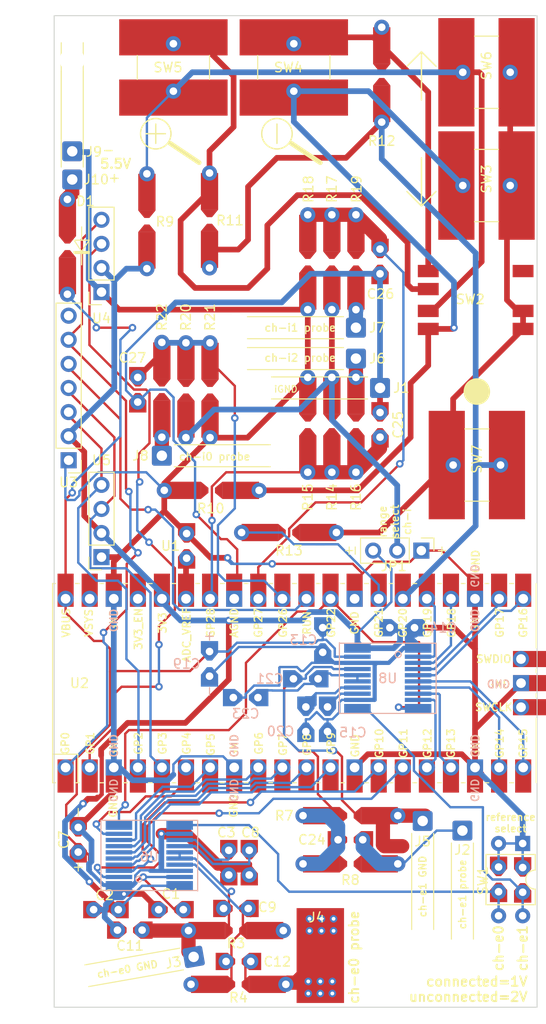
<source format=kicad_pcb>
(kicad_pcb (version 20211014) (generator pcbnew)
  (layers (0 "F.Cu" signal) (31 "B.Cu" signal) (34 "B.Paste" user) (35 "F.Paste" user) (36 "B.SilkS" user "B.Silkscreen") (37 "F.SilkS" user "F.Silkscreen") (38 "B.Mask" user) (39 "F.Mask" user) (44 "Edge.Cuts" user))
  (net 0 "")
  (net 1 "+5V")
  (net 2 "GND")
  (net 3 "+3V3")
  (net 4 "Net-(C3-Pad1)")
  (net 5 "Net-(C8-Pad1)")
  (net 6 "Net-(C12-Pad2)")
  (net 7 "Net-(C11-Pad2)")
  (net 8 "Net-(C15-Pad1)")
  (net 9 "Net-(C20-Pad1)")
  (net 10 "/internalADCinput2/ADCpin")
  (net 11 "GNDA")
  (net 12 "/internalADCinput1/ADCpin")
  (net 13 "/internalADCinput0/ADCpin")
  (net 14 "Net-(U2-Pad30)")
  (net 15 "+BATT")
  (net 16 "Net-(J6-Pad1)")
  (net 17 "Net-(J7-Pad1)")
  (net 18 "Net-(J8-Pad1)")
  (net 19 "internalADCrangeSel")
  (net 20 "/ADC_chip0/probe+")
  (net 21 "/ADC_chip1/probe+")
  (net 22 "Net-(R9-Pad2)")
  (net 23 "Net-(R10-Pad1)")
  (net 24 "Net-(R11-Pad1)")
  (net 25 "/navButtons/pin2")
  (net 26 "Net-(R12-Pad2)")
  (net 27 "/navButtons/pin1")
  (net 28 "Net-(R13-Pad2)")
  (net 30 "Net-(U1-Pad1)")
  (net 31 "Net-(U2-Pad1)")
  (net 32 "Net-(U2-Pad2)")
  (net 33 "Net-(U2-Pad4)")
  (net 34 "Net-(U2-Pad5)")
  (net 35 "/ADC_chip0/p0")
  (net 36 "/ADC_chip0/p1")
  (net 37 "/ADC_chip0/p2")
  (net 38 "/ADC_chip0/p3")
  (net 39 "/ADC_chip0/p4")
  (net 40 "/ADC_chip0/p5")
  (net 41 "/ADC_chip0/p6")
  (net 42 "/ADC_chip0/p7")
  (net 43 "/ADC_chip1/p0")
  (net 44 "/ADC_chip1/p1")
  (net 45 "/ADC_chip1/p2")
  (net 46 "/ADC_chip1/p3")
  (net 47 "/ADC_chip1/p4")
  (net 48 "/ADC_chip1/p5")
  (net 49 "/ADC_chip1/p6")
  (net 50 "/ADC_chip1/p7")
  (net 51 "/ADC_chip0/clk")
  (net 52 "Net-(C21-Pad1)")
  (net 57 "Net-(C21-Pad2)")
  (net 58 "/ADC_chip0/ADS830E_rangesel")
  (net 59 "/ADC_chip1/ADS830E_rangesel")
  (footprint "customStuff:universalMixed" (layer "F.Cu") (at 46.98 81.405 -90)
    (fp_text reference "C27")
    (fp_text value "68pF")
  )
  (footprint "customStuff:universalMixed" (layer "F.Cu") (at 57.3324 136.081775 180)
    (fp_text reference "C9")
    (fp_text value "Cdiv_bot")
  )
  (footprint "Connector_Wire:SolderWire-0.5sqmm_1x01_D0.9mm_OD2.1mm_Relief" (layer "F.Cu") (at 52.87439 141.186311 -80)
    (fp_text reference "J3")
    (fp_text value "probeGND")
  )
  (footprint "Connector_Wire:SolderWirePad_1x01_SMD_5x10mm" (layer "F.Cu") (at 66.232 141.0952)
    (fp_text reference "J4")
    (fp_text value "chip0_probe+")
  )
  (footprint "customStuff:universalMixed" (layer "F.Cu") (at 50.484 136.206 180)
    (fp_text reference "C1")
    (fp_text value "100nF")
  )
  (footprint "customStuff:universalMixedLong" (layer "F.Cu") (at 67.45 85.105 -90)
    (fp_text reference "R14")
    (fp_text value "22k")
  )
  (footprint "customStuff:universalButton" (layer "F.Cu") (at 82.742 89.343)
    (fp_text reference "SW7")
    (fp_text value "button")
  )
  (footprint "Package_DIP:DIP-4_W7.62mm" (layer "F.Cu") (at 87.573 129.231 -90)
    (fp_text reference "SW1")
    (fp_text value "ADS830E_rangesel")
  )
  (footprint "customStuff:universalMixedLong" (layer "F.Cu") (at 54.7775 92.01 180)
    (fp_text reference "R10")
    (fp_text value "470")
  )
  (footprint "customStuff:universalMixed" (layer "F.Cu") (at 72.53 85.105 90)
    (fp_text reference "C25")
    (fp_text value "68pF")
  )
  (footprint "Connector_Wire:SolderWire-0.5sqmm_1x01_D0.9mm_OD2.1mm_Relief" (layer "F.Cu") (at 77.027 126.86)
    (fp_text reference "J5")
    (fp_text value "probeGND")
  )
  (footprint "customStuff:universalMixedLong" (layer "F.Cu") (at 54.6 81.455 -90)
    (fp_text reference "R21")
    (fp_text value "22k")
  )
  (footprint "customStuff:universalMixedLong" (layer "F.Cu") (at 54.548 63.562 -90)
    (fp_text reference "R11")
    (fp_text value "4.7k")
  )
  (footprint "Connector_Wire:SolderWire-0.5sqmm_1x01_D0.9mm_OD2.1mm_Relief" (layer "F.Cu") (at 69.99 74.865 -90)
    (fp_text reference "J7")
    (fp_text value "probeConnector")
  )
  (footprint "customStuff:universalButton" (layer "F.Cu") (at 63.438 47.433 90)
    (fp_text reference "SW4")
    (fp_text value "dir4_alt")
  )
  (footprint "customStuff:universalMixedDiode" (layer "F.Cu") (at 39.562 66.33775 90)
    (fp_text reference "D1")
    (fp_text value "D_Schottky")
  )
  (footprint "customStuff:universalMixedElectrolyticCap" (layer "F.Cu") (at 40.705 128.84 90)
    (fp_text reference "C7")
    (fp_text value "10µF")
  )
  (footprint "Connector_PinHeader_2.54mm:PinHeader_1x07_P2.54mm_Vertical" (layer "F.Cu") (at 39.689 88.84 180)
    (fp_text reference "U3")
    (fp_text value "ST7789")
  )
  (footprint "customStuff:universalMixed" (layer "F.Cu") (at 43.626 136.206 180)
    (fp_text reference "C2")
    (fp_text value "100nF")
  )
  (footprint "Connector_PinSocket_2.54mm:PinSocket_1x04_P2.54mm_Vertical" (layer "F.Cu") (at 43.155 99.05 180)
    (fp_text reference "U5")
    (fp_text value "SSD1306_Display2")
  )
  (footprint "customStuff:universalMixed" (layer "F.Cu") (at 87.573 133.071 90)
    (fp_text reference "JP3" hide)
    (fp_text value "ADS830E_1_rangesel")
  )
  (footprint "customStuff:universalMixedLong" (layer "F.Cu") (at 62.93 96.455)
    (fp_text reference "R13")
    (fp_text value "1k")
  )
  (footprint "customStuff:universalMixedLong" (layer "F.Cu") (at 69.407 126.3)
    (fp_text reference "R7")
    (fp_text value "Rdiv_bot")
  )
  (footprint "customStuff:universalButton" (layer "F.Cu") (at 50.738 47.433 90)
    (fp_text reference "SW5")
    (fp_text value "dir3_alt")
  )
  (footprint "customStuff:universalMixedLong" (layer "F.Cu") (at 72.709 48.195 90)
    (fp_text reference "R12")
    (fp_text value "4.7k")
  )
  (footprint "customStuff:universalMixed" (layer "F.Cu") (at 72.53 67.88 -90)
    (fp_text reference "C26")
    (fp_text value "68pF")
  )
  (footprint "Connector_Wire:SolderWire-0.5sqmm_1x01_D0.9mm_OD2.1mm_Relief" (layer "F.Cu") (at 40.07 59.244 180)
    (fp_text reference "J10")
    (fp_text value "bat+")
  )
  (footprint "customStuff:universalMixed" (layer "F.Cu") (at 56.58 131.253 -90)
    (fp_text reference "C3")
    (fp_text value "100nF")
  )
  (footprint "customStuff:universalMixedLong" (layer "F.Cu") (at 67.45 67.96 90)
    (fp_text reference "R17")
    (fp_text value "22k")
  )
  (footprint "customStuff:universalMixed" (layer "F.Cu") (at 58.739 131.253 -90)
    (fp_text reference "C8")
    (fp_text value "100nF")
  )
  (footprint "customStuff:universalMixed" (layer "F.Cu") (at 57.596 141.667 180)
    (fp_text reference "C12")
    (fp_text value "Cdiv_top")
  )
  (footprint "customStuff:universalMixedLong" (layer "F.Cu") (at 49.52 81.41 90)
    (fp_text reference "R22")
    (fp_text value "100k")
  )
  (footprint "customStuff:universalButton" (layer "F.Cu") (at 83.758 59.879)
    (fp_text reference "SW3")
    (fp_text value "dir2_alt")
  )
  (footprint "customStuff:universalMixedLong" (layer "F.Cu") (at 57.596 144.08 180)
    (fp_text reference "R4")
    (fp_text value "Rdiv_top")
  )
  (footprint "customStuff:universalButton" (layer "F.Cu") (at 83.758 47.941)
    (fp_text reference "SW6")
    (fp_text value "dir1_alt")
  )
  (footprint "customStuff:universalMixedLong" (layer "F.Cu") (at 57.33115 138.411775 180)
    (fp_text reference "R3")
    (fp_text value "Rdiv_bot")
  )
  (footprint "customStuff:universalMixed" (layer "F.Cu") (at 85.033 133.0165 90)
    (fp_text reference "JP2" hide)
    (fp_text value "ADS830E_0_rangesel")
  )
  (footprint "Connector_Wire:SolderWire-0.5sqmm_1x01_D0.9mm_OD2.1mm_Relief" (layer "F.Cu") (at 40.07 56.271 180)
    (fp_text reference "J9")
    (fp_text value "bat_GND")
  )
  (footprint "Connector_Wire:SolderWire-0.5sqmm_1x01_D0.9mm_OD2.1mm_Relief" (layer "F.Cu") (at 72.53 81.215 -90)
    (fp_text reference "J1")
    (fp_text value "internalADC_GND")
  )
  (footprint "customStuff:universalMixedLong" (layer "F.Cu") (at 47.944 63.642 90)
    (fp_text reference "R9")
    (fp_text value "470")
  )
  (footprint "Connector_Wire:SolderWire-0.5sqmm_1x01_D0.9mm_OD2.1mm_Relief" (layer "F.Cu") (at 69.99 78.12 -90)
    (fp_text reference "J6")
    (fp_text value "probeConnector")
  )
  (footprint "Connector_PinHeader_2.54mm:PinHeader_1x03_P2.54mm_Vertical" (layer "F.Cu") (at 76.885 98.36 -90)
    (fp_text reference "JP1")
    (fp_text value "internalADC_rangeselJumper")
  )
  (footprint "customStuff:universalMixed" (layer "F.Cu") (at 69.407 128.84 180)
    (fp_text reference "C24")
    (fp_text value "Cdiv_top")
  )
  (footprint "customStuff:universalMixed" (layer "F.Cu") (at 52.135 97.86375 90)
    (fp_text reference "U1")
    (fp_text value "optional_externalVREF")
  )
  (footprint "customStuff:universalMixedLong" (layer "F.Cu") (at 69.99 67.96 90)
    (fp_text reference "R19")
    (fp_text value "100k")
  )
  (footprint "customStuff:universalMixedLong" (layer "F.Cu") (at 64.91 67.96 -90)
    (fp_text reference "R18")
    (fp_text value "22k")
  )
  (footprint "customStuff:JoystickSwitch" (layer "F.Cu") (at 82.615 71.244)
    (fp_text reference "SW2")
    (fp_text value "JoystickSwitch")
  )
  (footprint "RPi_Pico:RPi_Pico_SMD_TH" (layer "F.Cu") (at 63.5 112.33 90)
    (fp_text reference "U2")
    (fp_text value "Pico")
  )
  (footprint "Connector_PinSocket_2.54mm:PinSocket_1x04_P2.54mm_Vertical" (layer "F.Cu") (at 43.155 71.11 180)
    (fp_text reference "U4")
    (fp_text value "SSD1306_Display1")
  )
  (footprint "customStuff:universalMixedLong" (layer "F.Cu") (at 69.99 85.105 -90)
    (fp_text reference "R16")
    (fp_text value "100k")
  )
  (footprint "customStuff:universalMixedLong" (layer "F.Cu") (at 52.06 81.455 90)
    (fp_text reference "R20")
    (fp_text value "22k")
  )
  (footprint "customStuff:universalMixedLong" (layer "F.Cu") (at 64.91 85.105 90)
    (fp_text reference "R15")
    (fp_text value "22k")
  )
  (footprint "customStuff:universalMixedLong" (layer "F.Cu") (at 69.407 131.38 180)
    (fp_text reference "R8")
    (fp_text value "Rdiv_top")
  )
  (footprint "customStuff:universalMixed" (layer "F.Cu") (at 46.1415 138.365)
    (fp_text reference "C11")
    (fp_text value "100nF")
  )
  (footprint "Connector_Wire:SolderWire-0.5sqmm_1x01_D0.9mm_OD2.1mm_Relief" (layer "F.Cu") (at 49.52 88.36 90)
    (fp_text reference "J8")
    (fp_text value "probeConnector")
  )
  (footprint "Connector_Wire:SolderWire-0.5sqmm_1x01_D0.9mm_OD2.1mm_Relief" (layer "F.Cu") (at 81.218 127.876)
    (fp_text reference "J2")
    (fp_text value "chip1_probe+")
  )
  (footprint "customStuff:universalMixed" (layer "B.Cu") (at 64.708 116.14 -90)
    (fp_text reference "C20")
    (fp_text value "100nF")
  )
  (footprint "customStuff:universalMixed" (layer "B.Cu") (at 58.358 113.854)
    (fp_text reference "C23")
    (fp_text value "100nF")
  )
  (footprint "customStuff:QSOP-20 hand solder" (layer "B.Cu") (at 48.198 130.491 90)
    (fp_text reference "U6")
    (fp_text value "ADS830E")
  )
  (footprint "customStuff:universalMixed" (layer "B.Cu") (at 74.868 106.488)
    (fp_text reference "C14")
    (fp_text value "100nF")
  )
  (footprint "customStuff:QSOP-20 hand solder" (layer "B.Cu") (at 73.344 111.822 -90)
    (fp_text reference "U8")
    (fp_text value "ADS830E")
  )
  (footprint "customStuff:universalMixed" (layer "B.Cu") (at 66.994 116.14 -90)
    (fp_text reference "C15")
    (fp_text value "100nF")
  )
  (footprint "customStuff:universalMixed" (layer "B.Cu") (at 66.486 107.7825 -90)
    (fp_text reference "C13")
    (fp_text value "100nF")
  )
  (footprint "customStuff:universalMixed" (layer "B.Cu") (at 64.69625 111.8728)
    (fp_text reference "C21")
    (fp_text value "Cdiv_bot")
  )
  (footprint "customStuff:universalMixedElectrolyticCap" (layer "B.Cu") (at 54.548 110.298 -90)
    (fp_text reference "C19")
    (fp_text value "10µF")
  )
  (gr_line (start 76.9 56.958) (end 76.9 62.038) (layer "F.SilkS") (width 0.15))
  (gr_line (start 69.28 97.979) (end 69.28 98.741) (layer "F.SilkS") (width 0.12))
  (gr_line (start 44.261 56.196) (end 43.499 56.196) (layer "F.SilkS") (width 0.15))
  (gr_line (start 76.9 45.782) (end 75.376 47.306) (layer "F.SilkS") (width 0.15))
  (gr_line (start 79.059 97.979) (end 79.059 98.741) (layer "F.SilkS") (width 0.12))
  (gr_line (start 79.44 98.36) (end 78.678 98.36) (layer "F.SilkS") (width 0.12))
  (gr_line (start 69.915 97.979) (end 69.915 98.741) (layer "F.SilkS") (width 0.12))
  (gr_line (start 61.66 55.434) (end 61.66 53.402) (layer "F.SilkS") (width 0.15))
  (gr_circle (center 82.742 81.596) (end 83.442 81.596) (layer "F.SilkS") (width 1.4) (fill none))
  (gr_line (start 76.9 50.862) (end 76.9 45.782) (layer "F.SilkS") (width 0.15))
  (gr_line (start 76.9 45.782) (end 78.424 47.306) (layer "F.SilkS") (width 0.15))
  (gr_line (start 76.9 62.038) (end 78.424 60.514) (layer "F.SilkS") (width 0.15))
  (gr_line (start 69.661 98.36) (end 68.899 98.36) (layer "F.SilkS") (width 0.12))
  (gr_circle (center 48.877563 54.418) (end 50.401563 53.91) (layer "F.SilkS") (width 0.15) (fill none))
  (gr_line (start 49.893563 54.418) (end 47.861563 54.418) (layer "F.SilkS") (width 0.15))
  (gr_line (start 44.515 58.736) (end 44.515 59.498) (layer "F.SilkS") (width 0.15))
  (gr_line (start 48.877563 55.434) (end 48.877563 53.402) (layer "F.SilkS") (width 0.15))
  (gr_circle (center 61.66 54.418) (end 63.184 53.91) (layer "F.SilkS") (width 0.15) (fill none))
  (gr_line (start 44.896 59.117) (end 44.134 59.117) (layer "F.SilkS") (width 0.15))
  (gr_line (start 76.9 62.038) (end 75.376 60.514) (layer "F.SilkS") (width 0.15))
  (gr_line (start 50.401563 55.434) (end 53.449563 57.466) (layer "F.SilkS") (width 0.5))
  (gr_line (start 63.184 55.434) (end 66.232 57.466) (layer "F.SilkS") (width 0.5))
  (gr_line (start 38.165 146.493) (end 38.165 41.972) (layer "Edge.Cuts") (width 0.1))
  (gr_line (start 38.165 41.972) (end 89.092 41.972) (layer "Edge.Cuts") (width 0.1))
  (gr_line (start 89.092 146.493) (end 38.165 146.493) (layer "Edge.Cuts") (width 0.1))
  (gr_line (start 89.092 41.972) (end 89.092 146.493) (layer "Edge.Cuts") (width 0.1))
  (gr_text "GND" (at 44.388 123.633 -90) (layer "B.SilkS") (effects (font (size 0.8 0.8)) (justify mirror)))
  (gr_text "GND" (at 57.088 123.633 -90) (layer "B.SilkS") (effects (font (size 0.8 0.8)) (justify mirror)))
  (gr_text "GND" (at 82.488 123.633 -90) (layer "B.SilkS") (effects (font (size 0.8 0.8)) (justify mirror)))
  (gr_text "GND" (at 82.488 118.934 -90) (layer "B.SilkS") (effects (font (size 0.8 0.8)) (justify mirror)))
  (gr_text "GND" (at 57.088 118.934 -90) (layer "B.SilkS") (effects (font (size 0.8 0.8)) (justify mirror)))
  (gr_text "GND" (at 85.028 112.457) (layer "B.SilkS") (effects (font (size 0.8 0.8)) (justify mirror)))
  (gr_text "GND" (at 82.488 101.027 -90) (layer "B.SilkS") (effects (font (size 0.8 0.8)) (justify mirror)))
  (gr_text "GND" (at 82.488 105.726 -90) (layer "B.SilkS") (effects (font (size 0.8 0.8)) (justify mirror)))
  (gr_text "GND" (at 44.388 118.934 -90) (layer "B.SilkS") (effects (font (size 0.8 0.8)) (justify mirror)))
  (gr_text "GND" (at 44.388 105.726 -90) (layer "B.SilkS") (effects (font (size 0.8 0.8)) (justify mirror)))
  (gr_text "ch-e0 probe" (at 69.788 146.239 90) (layer "F.SilkS") (effects (font (size 1 1) (thickness 0.2)) (justify left)))
  (gr_text "ch-e1" (at 87.568 140.27 90) (layer "F.SilkS") (effects (font (size 1 1) (thickness 0.2))))
  (gr_text "range\nselect\nch-i" (at 74.106 95.312 90) (layer "F.SilkS") (effects (font (size 0.8 0.8))))
  (gr_text "reference\nselect" (at 86.298 127.062) (layer "F.SilkS") (effects (font (size 0.75 0.75))))
  (gr_text "ch-i1 probe" (at 60.263 74.865) (layer "F.SilkS") (effects (font (size 0.8 0.8) (thickness 0.14)) (justify left)))
  (gr_text "ch-e1 GND" (at 77.027 137.095 90) (layer "F.SilkS") (effects (font (size 0.75 0.75)) (justify left)))
  (gr_text "connected=1V\nunconnected=2V" (at 88.203 144.588) (layer "F.SilkS") (effects (font (size 1 1) (thickness 0.2)) (justify right)))
  (gr_text "GND" (at 57.088 125.284 90) (layer "F.SilkS") (effects (font (size 0.8 0.8))))
  (gr_text "GND" (at 82.615 99.503 90) (layer "F.SilkS") (effects (font (size 0.8 0.8))))
  (gr_text "ch-i0 probe" (at 51.246 88.454) (layer "F.SilkS") (effects (font (size 0.8 0.8) (thickness 0.14)) (justify left)))
  (gr_text "ch-e0 GND" (at 42.61 143.064 10) (layer "F.SilkS") (effects (font (size 0.75 0.75)) (justify left)))
  (gr_text "ch-e0" (at 85.028 140.27 90) (layer "F.SilkS") (effects (font (size 1 1) (thickness 0.2))))
  (gr_text "GND" (at 85.028 112.457) (layer "F.SilkS") (effects (font (size 0.8 0.8))))
  (gr_text "5.5V" (at 44.642 57.593) (layer "F.SilkS") (effects (font (size 1 1) (thickness 0.2))))
  (gr_text "ch-i2 probe" (at 60.263 78.04) (layer "F.SilkS") (effects (font (size 0.8 0.8) (thickness 0.14)) (justify left)))
  (gr_text "ch-e1 probe" (at 81.218 138.365 90) (layer "F.SilkS") (effects (font (size 0.75 0.75)) (justify left)))
  (gr_text "iGND" (at 61.279 81.342) (layer "F.SilkS") (effects (font (size 0.7 0.7) (thickness 0.12)) (justify left)))
  (gr_text "GND" (at 44.388 125.284 90) (layer "F.SilkS") (effects (font (size 0.8 0.8))))
  (segment (start 43.499 133.666) (end 46.42 133.666) (width 0.25) (layer "F.Cu") (net 1))
  (segment (start 54.548 108.998) (end 52.486 111.06) (width 0.25) (layer "F.Cu") (net 1))
  (segment (start 47.309 132.777) (end 47.563 132.777) (width 0.25) (layer "F.Cu") (net 1))
  (segment (start 44.134 111.06) (end 44.06548 111.12852) (width 0.25) (layer "F.Cu") (net 1))
  (segment (start 40.544511 120.236467) (end 44.06548 116.715498) (width 0.25) (layer "F.Cu") (net 1))
  (segment (start 44.06548 108.70548) (end 43.245 107.885) (width 0.25) (layer "F.Cu") (net 1))
  (segment (start 40.544511 124.047489) (end 40.544511 120.236467) (width 0.25) (layer "F.Cu") (net 1))
  (segment (start 39.37 92.964) (end 39.37 103.44) (width 0.25) (layer "F.Cu") (net 1))
  (segment (start 44.06548 111.12852) (end 44.06548 108.70548) (width 0.25) (layer "F.Cu") (net 1))
  (segment (start 43.245 107.885) (end 42.356 107.885) (width 0.25) (layer "F.Cu") (net 1))
  (segment (start 39.37 104.521) (end 39.37 103.44) (width 0.25) (layer "F.Cu") (net 1))
  (segment (start 41.848 132.015) (end 43.499 133.666) (width 0.25) (layer "F.Cu") (net 1))
  (segment (start 51.784 136.206) (end 50.86294 136.206) (width 0.25) (layer "F.Cu") (net 1))
  (segment (start 39.435 128.3075) (end 39.435 125.157) (width 0.25) (layer "F.Cu") (net 1))
  (segment (start 40.705 130.14) (end 41.497 130.14) (width 0.25) (layer "F.Cu") (net 1))
  (segment (start 44.06548 116.715498) (end 44.06548 111.12852) (width 0.25) (layer "F.Cu") (net 1))
  (segment (start 47.563 132.90606) (end 47.563 132.777) (width 0.25) (layer "F.Cu") (net 1))
  (segment (start 50.86294 136.206) (end 47.563 132.90606) (width 0.25) (layer "F.Cu") (net 1))
  (segment (start 42.356 107.885) (end 39.37 104.899) (width 0.25) (layer "F.Cu") (net 1))
  (segment (start 40.07 92.264) (end 39.37 92.964) (width 0.25) (layer "F.Cu") (net 1))
  (segment (start 39.435 125.157) (end 40.544511 124.047489) (width 0.25) (layer "F.Cu") (net 1))
  (segment (start 39.37 104.899) (end 39.37 104.521) (width 0.25) (layer "F.Cu") (net 1))
  (segment (start 46.42 133.666) (end 47.309 132.777) (width 0.25) (layer "F.Cu") (net 1))
  (segment (start 40.705 129.5775) (end 39.435 128.3075) (width 0.25) (layer "F.Cu") (net 1))
  (segment (start 42.61 74.865) (end 46.42 74.865) (width 0.25) (layer "F.Cu") (net 1))
  (segment (start 41.497 130.14) (end 41.848 130.491) (width 0.25) (layer "F.Cu") (net 1))
  (segment (start 41.848 130.491) (end 41.848 132.015) (width 0.25) (layer "F.Cu") (net 1))
  (segment (start 52.486 111.06) (end 44.134 111.06) (width 0.25) (layer "F.Cu") (net 1))
  (via (at 47.563 132.777) (size 0.8) (drill 0.4) (layers "F.Cu" "B.Cu") (net 1))
  (via (at 42.61 74.865) (size 0.8) (drill 0.4) (layers "F.Cu" "B.Cu") (net 1))
  (via (at 40.07 92.264) (size 0.8) (drill 0.4) (layers "F.Cu" "B.Cu") (net 1))
  (via (at 46.42 74.865) (size 0.8) (drill 0.4) (layers "F.Cu" "B.Cu") (net 1))
  (segment (start 70.144 109.547) (end 67.767 109.547) (width 0.25) (layer "B.Cu") (net 1))
  (segment (start 40.07 92.264) (end 40.07 91.375) (width 0.25) (layer "B.Cu") (net 1))
  (segment (start 56.512282 108.998) (end 57.293141 108.217141) (width 0.25) (layer "B.Cu") (net 1))
  (segment (start 65.994 107.80048) (end 66.486 107.80048) (width 0.25) (layer "B.Cu") (net 1))
  (segment (start 54.548 108.998) (end 56.512282 108.998) (width 0.25) (layer "B.Cu") (net 1))
  (segment (start 65.724 108.07048) (end 65.994 107.80048) (width 0.25) (layer "B.Cu") (net 1))
  (segment (start 47.574 132.766) (end 47.563 132.777) (width 0.25) (layer "B.Cu") (net 1))
  (segment (start 39.435 71.33775) (end 42.61 74.51275) (width 0.25) (layer "B.Cu") (net 1))
  (segment (start 67.767 109.547) (end 67.756 109.536) (width 0.25) (layer "B.Cu") (net 1))
  (segment (start 57.439803 108.07048) (end 65.216 108.07048) (width 0.25) (layer "B.Cu") (net 1))
  (segment (start 66.486 107.758) (end 66.486 106.4825) (width 0.25) (layer "B.Cu") (net 1))
  (segment (start 57.293141 108.217141) (end 57.439803 108.07048) (width 0.25) (layer "B.Cu") (net 1))
  (segment (start 42.61 74.51275) (end 42.61 74.865) (width 0.25) (layer "B.Cu") (net 1))
  (segment (start 65.216 108.07048) (end 65.724 108.07048) (width 0.25) (layer "B.Cu") (net 1))
  (segment (start 51.398 132.766) (end 47.574 132.766) (width 0.25) (layer "B.Cu") (net 1))
  (segment (start 40.07 91.375) (end 45.15 86.295) (width 0.25) (layer "B.Cu") (net 1))
  (segment (start 45.15 76.135) (end 46.42 74.865) (width 0.25) (layer "B.Cu") (net 1))
  (segment (start 45.15 86.295) (end 45.15 76.135) (width 0.25) (layer "B.Cu") (net 1))
  (segment (start 67.756 108.67356) (end 67.29822 108.21578) (width 0.25) (layer "B.Cu") (net 1))
  (segment (start 66.84044 107.758) (end 66.486 107.758) (width 0.25) (layer "B.Cu") (net 1))
  (segment (start 67.29822 108.21578) (end 66.84044 107.758) (width 0.25) (layer "B.Cu") (net 1))
  (segment (start 67.756 109.536) (end 67.756 108.67356) (width 0.25) (layer "B.Cu") (net 1))
  (segment (start 54.167 98.614) (end 54.675 99.122) (width 0.6) (layer "F.Cu") (net 2))
  (segment (start 82.55 117.18) (end 82.55 108.712) (width 0.6) (layer "F.Cu") (net 2))
  (segment (start 54.675 99.122) (end 56.453 99.122) (width 0.6) (layer "F.Cu") (net 2))
  (segment (start 81.153 119.823) (end 71.247 119.823) (width 0.6) (layer "F.Cu") (net 2))
  (segment (start 52.135 96.56375) (end 54.167 98.59575) (width 0.6) (layer "F.Cu") (net 2))
  (segment (start 55.437 131.507) (end 55.9205 131.9905) (width 0.6) (layer "F.Cu") (net 2))
  (segment (start 82.55 103.44) (end 82.55 107.289022) (width 0.25) (layer "F.Cu") (net 2))
  (segment (start 82.55 121.22) (end 82.55 117.18) (width 0.6) (layer "F.Cu") (net 2))
  (segment (start 82.55 121.22) (end 81.153 119.823) (width 0.6) (layer "F.Cu") (net 2))
  (segment (start 55.9205 131.9905) (end 56.58 131.9905) (width 0.6) (layer "F.Cu") (net 2))
  (segment (start 71.247 119.823) (end 69.85 121.22) (width 0.6) (layer "F.Cu") (net 2))
  (segment (start 54.6 86.455) (end 58.56 86.455) (width 0.6) (layer "F.Cu") (net 2))
  (segment (start 44.45 121.22) (end 44.45 123.795) (width 0.6) (layer "F.Cu") (net 2))
  (segment (start 44.93375 99.05) (end 43.155 99.05) (width 0.6) (layer "F.Cu") (net 2))
  (segment (start 64.91 72.96) (end 64.91 80.105) (width 0.6) (layer "F.Cu") (net 2))
  (segment (start 87.4 112.139022) (end 87.4 112.33) (width 0.25) (layer "F.Cu") (net 2))
  (segment (start 49.7775 92.01) (end 49.7775 94.20625) (width 0.6) (layer "F.Cu") (net 2))
  (segment (start 45.005 72.96) (end 43.155 71.11) (width 0.6) (layer "F.Cu") (net 2))
  (segment (start 69.661 99.757) (end 61.152 99.757) (width 0.25) (layer "F.Cu") (net 2))
  (segment (start 71.915489 99.534511) (end 70.677 100.773) (width 0.25) (layer "F.Cu") (net 2))
  (segment (start 79.079022 98.36) (end 82.55 101.830978) (width 0.25) (layer "F.Cu") (net 2))
  (segment (start 70.677 100.773) (end 69.661 99.757) (width 0.25) (layer "F.Cu") (net 2))
  (segment (start 44.45 99.53375) (end 44.45 103.44) (width 0.6) (layer "F.Cu") (net 2))
  (segment (start 54.6 86.455) (end 49.7775 91.2775) (width 0.6) (layer "F.Cu") (net 2))
  (segment (start 83.24298 121.91298) (end 82.55 121.22) (width 0.6) (layer "F.Cu") (net 2))
  (segment (start 58.739 131.9905) (end 58.739 131.41002) (width 0.6) (layer "F.Cu") (net 2))
  (segment (start 82.55 101.830978) (end 82.55 103.44) (width 0.25) (layer "F.Cu") (net 2))
  (segment (start 86.341 113.389) (end 87.4 112.33) (width 0.6) (layer "F.Cu") (net 2))
  (segment (start 47.533 134.555) (end 49.184 136.206) (width 0.6) (layer "F.Cu") (net 2))
  (segment (start 76.168 106.488) (end 79.502 106.488) (width 0.25) (layer "F.Cu") (net 2))
  (segment (start 82.55 117.18) (end 86.341 113.389) (width 0.6) (layer "F.Cu") (net 2))
  (segment (start 52.135 128.205) (end 55.437 131.507) (width 1.2) (layer "F.Cu") (net 2))
  (segment (start 76.885 98.36) (end 75.710489 99.534511) (width 0.25) (layer "F.Cu") (net 2))
  (segment (start 69.85 101.6) (end 69.85 103.44) (width 0.25) (layer "F.Cu") (net 2))
  (segment (start 80.326 106.488) (end 76.168 106.488) (width 0.6) (layer "F.Cu") (net 2))
  (segment (start 82.55 108.712) (end 80.326 106.488) (width 0.6) (layer "F.Cu") (net 2))
  (segment (start 82.55 108.712) (end 82.55 103.44) (width 0.6) (layer "F.Cu") (net 2))
  (segment (start 64.91 72.96) (end 45.005 72.96) (width 0.6) (layer "F.Cu") (net 2))
  (segment (start 58.56 86.455) (end 64.91 80.105) (width 0.6) (layer "F.Cu") (net 2))
  (segment (start 44.93375 99.05) (end 44.45 99.53375) (width 0.6) (layer "F.Cu") (net 2))
  (segment (start 44.45 123.795) (end 40.705 127.54) (width 0.6) (layer "F.Cu") (net 2))
  (segment (start 58.739 131.41002) (end 55.53398 131.41002) (width 0.6) (layer "F.Cu") (net 2))
  (segment (start 76.885 98.36) (end 79.079022 98.36) (width 0.25) (layer "F.Cu") (net 2))
  (segment (start 75.710489 99.534511) (end 71.915489 99.534511) (width 0.25) (layer "F.Cu") (net 2))
  (segment (start 49.468 128.205) (end 52.135 128.205) (width 1.2) (layer "F.Cu") (net 2))
  (segment (start 56.58 131.9905) (end 58.739 131.9905) (width 0.6) (layer "F.Cu") (net 2))
  (segment (start 55.53398 131.41002) (end 55.437 131.507) (width 0.6) (layer "F.Cu") (net 2))
  (segment (start 45.531 134.555) (end 47.533 134.555) (width 0.6) (layer "F.Cu") (net 2))
  (segment (start 49.7775 94.20625) (end 52.135 96.56375) (width 0.6) (layer "F.Cu") (net 2))
  (segment (start 49.7775 91.2775) (end 49.7775 92.01) (width 0.6) (layer "F.Cu") (net 2))
  (segment (start 57.15 121.22) (end 57.15 120.774) (width 0.25) (layer "F.Cu") (net 2))
  (segment (start 49.7775 94.20625) (end 44.93375 99.05) (width 0.6) (layer "F.Cu") (net 2))
  (segment (start 70.677 100.773) (end 69.85 101.6) (width 0.25) (layer "F.Cu") (net 2))
  (segment (start 54.167 98.59575) (end 54.167 98.614) (width 0.6) (layer "F.Cu") (net 2))
  (via (at 56.453 99.122) (size 0.8) (drill 0.4) (layers "F.Cu" "B.Cu") (net 2))
  (via (at 61.152 99.757) (size 0.8) (drill 0.4) (layers "F.Cu" "B.Cu") (net 2))
  (via (at 49.468 128.205) (size 0.8) (drill 0.4) (layers "F.Cu" "B.Cu") (net 2))
  (via (at 45.531 134.555) (size 0.8) (drill 0.4) (layers "F.Cu" "B.Cu") (net 2))
  (segment (start 72.556 110.197) (end 67.781283 110.197) (width 0.44) (layer "B.Cu") (net 2))
  (segment (start 43.626 135.668213) (end 44.387724 134.906489) (width 0.6) (layer "B.Cu") (net 2))
  (segment (start 66.994 117.44) (end 66.994 116.14) (width 0.25) (layer "B.Cu") (net 2))
  (segment (start 76.168 107.0505) (end 75.644009 106.526509) (width 1) (layer "B.Cu") (net 2))
  (segment (start 42.102 132.244095) (end 43.257453 133.399547) (width 0.25) (layer "B.Cu") (net 2))
  (segment (start 56.834 99.503) (end 56.453 99.122) (width 0.25) (layer "B.Cu") (net 2))
  (segment (start 66.666783 109.0825) (end 66.486 109.0825) (width 0.25) (layer "B.Cu") (net 2))
  (segment (start 65.84894 115.378) (end 65.08694 116.14) (width 0.25) (layer "B.Cu") (net 2))
  (segment (start 71.963511 114.091489) (end 71.958 114.097) (width 0.44) (layer "B.Cu") (net 2))
  (segment (start 51.583501 120.045489) (end 50.738 120.89099) (width 0.25) (layer "B.Cu") (net 2))
  (segment (start 61.152 99.757) (end 56.834 99.757) (width 0.25) (layer "B.Cu") (net 2))
  (segment (start 70.144 114.097) (end 68.494 114.097) (width 0.25) (layer "B.Cu") (net 2))
  (segment (start 44.45 119.888) (end 44.45 120.588498) (width 0.6) (layer "B.Cu") (net 2))
  (segment (start 64.708 116.14) (end 64.708 117.44) (width 0.25) (layer "B.Cu") (net 2))
  (segment (start 87.573 129.231) (end 85.033 129.231) (width 0.25) (layer "B.Cu") (net 2))
  (segment (start 75.644009 107.758) (end 76.508009 108.622) (width 1) (layer "B.Cu") (net 2))
  (segment (start 45.531 134.555) (end 45.531 134.447) (width 0.6) (layer "B.Cu") (net 2))
  (segment (start 50.150489 122.569511) (end 50.738 121.982) (width 0.6) (layer "B.Cu") (net 2))
  (segment (start 44.387724 134.906489) (end 45.15 134.906489) (width 0.6) (layer "B.Cu") (net 2))
  (segment (start 51.398 132.116) (end 49.773978 132.116) (width 0.44) (layer "B.Cu") (net 2))
  (segment (start 46.431013 122.569511) (end 50.150489 122.569511) (width 0.6) (layer "B.Cu") (net 2))
  (segment (start 46.395 133.691) (end 46.722511 133.363489) (width 0.5) (layer "B.Cu") (net 2))
  (segment (start 42.102 132.445) (end 43.348 133.691) (width 0.25) (layer "B.Cu") (net 2))
  (segment (start 43.257453 133.399547) (end 43.548905 133.691) (width 0.25) (layer "B.Cu") (net 2))
  (segment (start 61.971739 110.635789) (end 63.775789 110.635789) (width 0.25) (layer "B.Cu") (net 2))
  (segment (start 40.332614 93.026) (end 39.562 93.026) (width 0.25) (layer "B.Cu") (net 2))
  (segment (start 49.468 128.205) (end 49.468 132.015) (width 0.6) (layer "B.Cu") (net 2))
  (segment (start 55.975489 120.045489) (end 51.583501 120.045489) (width 0.25) (layer "B.Cu") (net 2))
  (segment (start 42.055417 132.445) (end 41.800208 132.189791) (width 0.25) (layer "B.Cu") (net 2))
  (segment (start 71.958 114.097) (end 70.144 114.097) (width 0.44) (layer "B.Cu") (net 2))
  (segment (start 58.358 113.47506) (end 59.24906 112.584) (width 0.25) (layer "B.Cu") (net 2))
  (segment (start 43.155 71.11) (end 41.805489 69.760489) (width 0.6) (layer "B.Cu") (net 2))
  (segment (start 59.24906 112.584) (end 61.914 112.584) (width 0.25) (layer "B.Cu") (net 2))
  (segment (start 67.781283 110.197) (end 67.528 110.197) (width 0.25) (layer "B.Cu") (net 2))
  (segment (start 44.5995 121.3695) (end 44.45 121.22) (width 1.5) (layer "B.Cu") (net 2))
  (segment (start 76.519 108.622) (end 75.028068 108.622) (width 0.44) (layer "B.Cu") (net 2))
  (segment (start 42.102 128.937) (end 42.102 131.123898) (width 0.6) (layer "B.Cu") (net 2))
  (segment (start 44.45 120.588498) (end 46.431013 122.569511) (width 0.6) (layer "B.Cu") (net 2))
  (segment (start 49.7775 92.01) (end 47.8725 90.105) (width 0.25) (layer "B.Cu") (net 2))
  (segment (start 42.102 132.244095) (end 41.860453 132.002548) (width 0.25) (layer "B.Cu") (net 2))
  (segment (start 58.866 132.553) (end 58.866 132.015) (width 0.6) (layer "B.Cu") (net 2))
  (segment (start 49.773978 132.116) (end 48.299 132.116) (width 0.44) (layer "B.Cu") (net 2))
  (segment (start 44.45 103.44) (end 44.45 119.888) (width 0.6) (layer "B.Cu") (net 2))
  (segment (start 42.81899 90.105) (end 40.824479 92.099511) (width 0.25) (layer "B.Cu") (net 2))
  (segment (start 70.144 110.197) (end 71.794 110.197) (width 0.25) (layer "B.Cu") (net 2))
  (segment (start 76.544 108.622) (end 76.519 108.622) (width 0.25) (layer "B.Cu") (net 2))
  (segment (start 64.454 111.06) (end 65.32774 110.18626) (width 0.25) (layer "B.Cu") (net 2))
  (segment (start 67.528 110.197) (end 67.375 110.044) (width 0.25) (layer "B.Cu") (net 2))
  (segment (start 42.102 131.371386) (end 42.012489 131.460897) (width 0.25) (layer "B.Cu") (net 2))
  (segment (start 49.773978 128.216) (end 51.398 128.216) (width 0.25) (layer "B.Cu") (net 2))
  (segment (start 68.231011 115.410989) (end 67.502 116.14) (width 0.25) (layer "B.Cu") (net 2))
  (segment (start 46.722511 132.592875) (end 47.262897 132.052489) (width 0.25) (layer "B.Cu") (net 2))
  (segment (start 75.644009 106.526509) (end 75.644009 107.758) (width 1) (layer "B.Cu") (net 2))
  (segment (start 61.914 110.693528) (end 61.971739 110.635789) (width 0.25) (layer "B.Cu") (net 2))
  (segment (start 43.257453 133.399547) (end 43.396906 133.539) (width 0.25) (layer "B.Cu") (net 2))
  (segment (start 56.143 132.116) (end 56.58 132.553) (width 0.25) (layer "B.Cu") (net 2))
  (segment (start 76.508009 108.622) (end 76.544 108.622) (width 1) (layer "B.Cu") (net 2))
  (segment (start 87.573 126.305) (end 87.573 129.231) (width 0.6) (layer "B.Cu") (net 2))
  (segment (start 68.494 114.097) (end 68.231011 114.359989) (width 0.25) (layer "B.Cu") (net 2))
  (segment (start 68.231011 114.359989) (end 68.231011 115.410989) (width 0.25) (layer "B.Cu") (net 2))
  (segment (start 45.15 134.906489) (end 45.342307 134.906489) (width 0.6) (layer "B.Cu") (net 2))
  (segment (start 87.573 131.771) (end 87.573 129.231) (width 0.25) (layer "B.Cu") (net 2))
  (segment (start 67.502 116.14) (end 66.994 116.14) (width 0.25) (layer "B.Cu") (net 2))
  (segment (start 74.483549 109.166519) (end 74.475481 109.166519) (width 0.44) (layer "B.Cu") (net 2))
  (segment (start 72.556 110.197) (end 72.175 110.197) (width 0.44) (layer "B.Cu") (net 2))
  (segment (start 45.531 134.555) (end 45.296 134.32) (width 0.6) (layer "B.Cu") (net 2))
  (segment (start 47.8725 90.105) (end 42.81899 90.105) (width 0.25) (layer "B.Cu") (net 2))
  (segment (start 49.673489 128.316489) (end 49.773978 128.216) (width 0.25) (layer "B.Cu") (net 2))
  (segment (start 42.102 132.445) (end 42.102 132.244095) (width 0.25) (layer "B.Cu") (net 2))
  (segment (start 41.837489 131.979584) (end 41.860453 132.002548) (width 0.6) (layer "B.Cu") (net 2))
  (segment (start 42.102 131.123898) (end 41.837489 131.388409) (width 0.6) (layer "B.Cu") (net 2))
  (segment (start 41.805489 69.760489) (end 41.805489 56.355489) (width 0.6) (layer "B.Cu") (net 2))
  (segment (start 65.32774 110.18626) (end 67.606949 110.18626) (width 0.25) (layer "B.Cu") (net 2))
  (segment (start 43.499 137.0225) (end 44.8415 138.365) (width 0.6) (layer "B.Cu") (net 2))
  (segment (start 41.837489 131.388409) (end 41.837489 131.979584) (width 0.6) (layer "B.Cu") (net 2))
  (segment (start 65.85306 115.378) (end 65.84894 115.378) (width 0.25) (layer "B.Cu") (net 2))
  (segment (start 66.61506 116.14) (end 65.85306 115.378) (width 0.25) (layer "B.Cu") (net 2))
  (segment (start 44.387724 134.906489) (end 44.387724 134.301276) (width 0.6) (layer "B.Cu") (net 2))
  (segment (start 45.531 134.447) (end 45.658 134.32) (width 0.6) (layer "B.Cu") (net 2))
  (segment (start 82.55 121.282) (end 87.573 126.305) (width 0.6) (layer "B.Cu") (net 2))
  (segment (start 39.345489 92.809489) (end 39.345489 88.929511) (width 0.25) (layer "B.Cu") (net 2))
  (segment (start 57.626 108.52) (end 66.486 108.52) (width 0.25) (layer "B.Cu") (net 2))
  (segment (start 82.55 121.224894) (end 82.55 121.22) (width 1.5) (layer "B.Cu") (net 2))
  (segment (start 82.55 121.22) (end 82.55 121.282) (width 0.6) (layer "B.Cu") (net 2))
  (segment (start 40.705 127.54) (end 42.102 128.937) (width 0.6) (layer "B.Cu") (net 2))
  (segment (start 44.45 119.888) (end 44.45 121.22) (width 0.6) (layer "B.Cu") (net 2))
  (segment (start 56.834 99.757) (end 56.199 99.122) (width 0.25) (layer "B.Cu") (net 2))
  (segment (start 43.626 136.079) (end 43.499 136.206) (width 0.6) (layer "B.Cu") (net 2))
  (segment (start 43.348 133.691) (end 44.998 133.691) (width 0.25) (layer "B.Cu") (net 2))
  (segment (start 74.475481 109.166519) (end 73.598 110.044) (width 0.44) (layer "B.Cu") (net 2))
  (segment (start 50.738 120.89099) (end 50.738 121.982) (width 0.25) (layer "B.Cu") (net 2))
  (segment (start 74.808534 108.841534) (end 74.483549 109.166519) (width 0.44) (layer "B.Cu") (net 2))
  (segment (start 47.262897 132.052489) (end 48.168579 132.052489) (width 0.25) (layer "B.Cu") (net 2))
  (segment (start 58.358 113.854) (end 58.358 113.47506) (width 0.25) (layer "B.Cu") (net 2))
  (segment (start 56.834 99.757) (end 56.834 99.503) (width 0.25) (layer "B.Cu") (net 2))
  (segment (start 42.326 136.206) (end 43.499 136.206) (width 0.6) (layer "B.Cu") (net 2))
  (segment (start 49.468 128.205) (end 49.673489 128.410489) (width 0.25) (layer "B.Cu") (net 2))
  (segment (start 44.846 133.539) (end 44.998 133.691) (width 0.25) (layer "B.Cu") (net 2))
  (segment (start 63.775789 110.635789) (end 64.2 111.06) (width 0.25) (layer "B.Cu") (net 2))
  (segment (start 69.85 121.22) (end 69.74402 121.11402) (width 1.5) (layer "B.Cu") (net 2))
  (segment (start 71.963511 110.408489) (end 71.963511 114.091489) (width 0.44) (layer "B.Cu") (net 2))
  (segment (start 73.598 110.044) (end 73.445 110.197) (width 0.44) (layer "B.Cu") (net 2))
  (segment (start 73.445 110.197) (end 72.556 110.197) (width 0.44) (layer "B.Cu") (net 2))
  (segment (start 54.548 111.598) (end 57.626 108.52) (width 0.25) (layer "B.Cu") (net 2))
  (segment (start 57.15 121.22) (end 55.975489 120.045489) (width 0.25) (layer "B.Cu") (net 2))
  (segment (start 85.033 131.7165) (end 85.033 129.231) (width 0.25) (layer "B.Cu") (net 2))
  (segment (start 49.468 132.015) (end 49.430511 132.052489) (width 0.25) (layer "B.Cu") (net 2))
  (segment (start 44.387724 134.301276) (end 44.998 133.691) (width 0.6) (layer "B.Cu") (net 2))
  (segment (start 41.805489 56.355489) (end 40.229489 56.355489) (width 0.6) (layer "B.Cu") (net 2))
  (segment (start 72.175 110.197) (end 71.963511 110.408489) (width 0.44) (layer "B.Cu") (net 2))
  (segment (start 44.998 133.691) (end 46.395 133.691) (width 0.25) (layer "B.Cu") (net 2))
  (segment (start 64.2 111.06) (end 64.454 111.06) (width 0.25) (layer "B.Cu") (net 2))
  (segment (start 42.102 132.445) (end 42.055417 132.445) (width 0.25) (layer "B.Cu") (net 2))
  (segment (start 45.342307 134.906489) (end 46.120398 134.128398) (width 0.6) (layer "B.Cu") (net 2))
  (segment (start 61.914 112.584) (end 61.914 110.693528) (width 0.25) (layer "B.Cu") (net 2))
  (segment (start 46.722511 133.363489) (end 46.722511 132.592875) (width 0.25) (layer "B.Cu") (net 2))
  (segment (start 40.824479 92.534135) (end 40.332614 93.026) (width 0.25) (layer "B.Cu") (net 2))
  (segment (start 61.152 99.757) (end 57.088 99.757) (width 0.25) (layer "B.Cu") (net 2))
  (segment (start 40.824479 92.099511) (end 40.824479 92.534135) (width 0.25) (layer "B.Cu") (net 2))
  (segment (start 75.028068 108.622) (end 74.808534 108.841534) (width 0.44) (layer "B.Cu") (net 2))
  (segment (start 43.548905 133.691) (end 44.998 133.691) (width 0.25) (layer "B.Cu") (net 2))
  (segment (start 39.562 93.026) (end 39.345489 92.809489) (width 0.25) (layer "B.Cu") (net 2))
  (segment (start 45.296 134.32) (end 44.388 134.32) (width 0.6) (layer "B.Cu") (net 2))
  (segment (start 39.345489 88.929511) (end 39.37 88.905) (width 0.25) (layer "B.Cu") (net 2))
  (segment (start 43.499 136.206) (end 43.499 137.0225) (width 0.6) (layer "B.Cu") (net 2))
  (segment (start 72.175 110.197) (end 70.144 110.197) (width 0.44) (layer "B.Cu") (net 2))
  (segment (start 44.387724 134.301276) (end 44.388 134.301) (width 0.6) (layer "B.Cu") (net 2))
  (segment (start 40.229489 56.355489) (end 40.07 56.196) (width 0.6) (layer "B.Cu") (net 2))
  (segment (start 56.59175 113.854) (end 58.358 113.854) (width 0.25) (layer "B.Cu") (net 2))
  (segment (start 43.626 135.668213) (end 43.626 136.079) (width 0.6) (layer "B.Cu") (net 2))
  (segment (start 67.781283 110.197) (end 66.666783 109.0825) (width 0.25) (layer "B.Cu") (net 2))
  (segment (start 71.794 110.197) (end 71.868511 110.271511) (width 0.25) (layer "B.Cu") (net 2))
  (segment (start 65.08694 116.14) (end 64.708 116.14) (width 0.25) (layer "B.Cu") (net 2))
  (segment (start 43.396906 133.539) (end 44.846 133.539) (width 0.25) (layer "B.Cu") (net 2))
  (segment (start 66.994 116.14) (end 66.61506 116.14) (width 0.25) (layer "B.Cu") (net 2))
  (segment (start 57.088 99.757) (end 56.453 99.122) (width 0.25) (layer "B.Cu") (net 2))
  (segment (start 41.882701 133.250299) (end 41.882701 133.446701) (width 0.25) (layer "F.Cu") (net 3))
  (segment (start 56.58 111.949) (end 52.008 116.521) (width 0.6) (layer "F.Cu") (net 3))
  (segment (start 43.084511 124.277285) (end 43.275489 124.086307) (width 0.25) (layer "F.Cu") (net 3))
  (segment (start 43.084511 124.277285) (end 42.724898 124.636898) (width 0.25) (layer "F.Cu") (net 3))
  (segment (start 43.275489 119.157511) (end 43.499 118.934) (width 0.25) (layer "F.Cu") (net 3))
  (segment (start 43.084511 120.236467) (end 43.084511 123.980511) (width 0.25) (layer "F.Cu") (net 3))
  (segment (start 41.721 124.522) (end 42.592308 124.522) (width 0.6) (layer "F.Cu") (net 3))
  (segment (start 43.118 119.315) (end 43.118 119.95) (width 0.6) (layer "F.Cu") (net 3))
  (segment (start 43.78302 135.150618) (end 43.870618 135.150618) (width 0.6) (layer "F.Cu") (net 3))
  (segment (start 43.78302 135.150618) (end 43.78302 136.206) (width 0.6) (layer "F.Cu") (net 3))
  (segment (start 42.592308 124.522) (end 42.728154 124.386154) (width 0.6) (layer "F.Cu") (net 3))
  (segment (start 43.78302 135.62552) (end 44.3635 136.206) (width 0.6) (layer "F.Cu") (net 3))
  (segment (start 56.58 105.726) (end 56.58 111.949) (width 0.6) (layer "F.Cu") (net 3))
  (segment (start 43.084511 123.980511) (end 43.084511 124.277285) (width 0.25) (layer "F.Cu") (net 3))
  (segment (start 41.882701 133.250299) (end 43.78302 135.150618) (width 0.6) (layer "F.Cu") (net 3))
  (segment (start 41.34 87.946) (end 41.34 94.695) (width 0.6) (layer "F.Cu") (net 3))
  (segment (start 52.008 116.521) (end 45.912 116.521) (width 0.6) (layer "F.Cu") (net 3))
  (segment (start 39.37 86.365) (end 39.759 86.365) (width 0.6) (layer "F.Cu") (net 3))
  (segment (start 43.499 118.934) (end 43.118 119.315) (width 0.6) (layer "F.Cu") (net 3))
  (segment (start 44.642 136.206) (end 45.39225 136.206) (width 0.25) (layer "F.Cu") (net 3))
  (segment (start 43.084511 123.980511) (end 43.084511 124.029797) (width 0.25) (layer "F.Cu") (net 3))
  (segment (start 43.870618 135.150618) (end 44.926 136.206) (width 0.6) (layer "F.Cu") (net 3))
  (segment (start 43.78302 135.150618) (end 43.78302 135.62552) (width 0.6) (layer "F.Cu") (net 3))
  (segment (start 43.275489 124.086307) (end 43.275489 119.157511) (width 0.25) (layer "F.Cu") (net 3))
  (segment (start 45.912 116.521) (end 43.499 118.934) (width 0.6) (layer "F.Cu") (net 3))
  (segment (start 43.084511 124.029797) (end 42.728154 124.386154) (width 0.25) (layer "F.Cu") (net 3))
  (segment (start 43.78302 136.206) (end 44.926 136.206) (width 0.6) (layer "F.Cu") (net 3))
  (segment (start 41.213 125.03) (end 41.721 124.522) (width 0.6) (layer "F.Cu") (net 3))
  (segment (start 41.34 94.695) (end 43.155 96.51) (width 0.6) (layer "F.Cu") (net 3))
  (segment (start 39.759 86.365) (end 41.34 87.946) (width 0.6) (layer "F.Cu") (net 3))
  (via (at 41.882701 133.250299) (size 0.8) (drill 0.4) (layers "F.Cu" "B.Cu") (net 3))
  (via (at 41.213 125.03) (size 0.8) (drill 0.4) (layers "F.Cu" "B.Cu") (net 3))
  (via (at 56.58 105.726) (size 0.8) (drill 0.4) (layers "F.Cu" "B.Cu") (net 3))
  (segment (start 45.782022 68.642) (end 47.944 68.642) (width 0.6) (layer "B.Cu") (net 3))
  (segment (start 73.977446 108.647) (end 74.177446 108.447) (width 0.6) (layer "B.Cu") (net 3))
  (segment (start 72.602991 104.614511) (end 72.876499 104.614511) (width 0.25) (layer "B.Cu") (net 3))
  (segment (start 74.644489 107.001989) (end 74.1305 106.488) (width 0.6) (layer "B.Cu") (net 3))
  (segment (start 73.725 103.76601) (end 73.725 100.28) (width 0.25) (layer "B.Cu") (net 3))
  (segment (start 51.398 133.691) (end 47.441 133.691) (width 0.25) (layer "B.Cu") (net 3))
  (segment (start 70.144 108.622) (end 70.144 108.037) (width 0.6) (layer "B.Cu") (net 3))
  (segment (start 44.504511 69.919511) (end 44.504511 81.230489) (width 0.6) (layer "B.Cu") (net 3))
  (segment (start 64.335988 105.726) (end 64.335988 105.62099) (width 0.6) (layer "B.Cu") (net 3))
  (segment (start 51.5 105.726) (end 50.1665 104.3925) (width 0.6) (layer "B.Cu") (net 3))
  (segment (start 49.196 102.551) (end 49.53 102.885) (width 0.6) (layer "B.Cu") (net 3))
  (segment (start 64.335988 105.62099) (end 65.119978 104.837) (width 0.6) (layer "B.Cu") (net 3))
  (segment (start 43.155 68.57) (end 44.504511 69.919511) (width 0.6) (layer "B.Cu") (net 3))
  (segment (start 47.441 133.691) (end 44.926 136.206) (width 0.25) (layer "B.Cu") (net 3))
  (segment (start 39.308 126.935) (end 39.308 130.580787) (width 0.6) (layer "B.Cu") (net 3))
  (segment (start 70.754 108.647) (end 73.977446 108.647) (width 0.6) (layer "B.Cu") (net 3))
  (segment (start 65.119978 104.837) (end 67.907498 104.837) (width 0.6) (layer "B.Cu") (net 3))
  (segment (start 50.1665 104.3925) (end 49.53 103.756) (width 0.6) (layer "B.Cu") (net 3))
  (segment (start 44.504511 69.919511) (end 45.782022 68.642) (width 0.6) (layer "B.Cu") (net 3))
  (segment (start 70.144 108.037) (end 70.754 108.647) (width 0.6) (layer "B.Cu") (net 3))
  (segment (start 49.196 102.551) (end 43.155 96.51) (width 0.6) (layer "B.Cu") (net 3))
  (segment (start 41.213 125.03) (end 39.308 126.935) (width 0.6) (layer "B.Cu") (net 3))
  (segment (start 73.725 100.28) (end 71.805 98.36) (width 0.25) (layer "B.Cu") (net 3))
  (segment (start 74.177446 108.447) (end 74.185514 108.447) (width 0.6) (layer "B.Cu") (net 3))
  (segment (start 74.644489 107.988025) (end 74.644489 107.001989) (width 0.6) (layer "B.Cu") (net 3))
  (segment (start 39.308 130.580787) (end 41.882701 133.155488) (width 0.6) (layer "B.Cu") (net 3))
  (segment (start 56.58 105.726) (end 51.5 105.726) (width 0.6) (layer "B.Cu") (net 3))
  (segment (start 72.876499 104.614511) (end 73.725 103.76601) (width 0.25) (layer "B.Cu") (net 3))
  (segment (start 70.144 108.037) (end 70.144 107.073502) (width 0.6) (layer "B.Cu") (net 3))
  (segment (start 44.504511 81.230489) (end 39.37 86.365) (width 0.6) (layer "B.Cu") (net 3))
  (segment (start 67.907498 104.837) (end 70.144 107.073502) (width 0.6) (layer "B.Cu") (net 3))
  (segment (start 72.328 104.889502) (end 72.602991 104.614511) (width 0.25) (layer "B.Cu") (net 3))
  (segment (start 70.144 107.073502) (end 72.328 104.889502) (width 0.25) (layer "B.Cu") (net 3))
  (segment (start 49.53 103.756) (end 49.53 103.44) (width 0.6) (layer "B.Cu") (net 3))
  (segment (start 50.1665 104.3925) (end 49.468 103.694) (width 0.6) (layer "B.Cu") (net 3))
  (segment (start 74.185514 108.447) (end 74.644489 107.988025) (width 0.6) (layer "B.Cu") (net 3))
  (segment (start 56.58 105.726) (end 64.335988 105.726) (width 0.6) (layer "B.Cu") (net 3))
  (segment (start 41.882701 133.155488) (end 41.882701 133.250299) (width 0.6) (layer "B.Cu") (net 3))
  (segment (start 56.51104 130.94096) (end 55.12496 130.94096) (width 0.25) (layer "B.Cu") (net 4))
  (segment (start 56.58 130.872) (end 56.51104 130.94096) (width 0.25) (layer "B.Cu") (net 4))
  (segment (start 55.12496 130.94096) (end 53.05 128.866) (width 0.25) (layer "B.Cu") (net 4))
  (segment (start 53.05 128.866) (end 51.398 128.866) (width 0.25) (layer "B.Cu") (net 4))
  (segment (start 56.58 129.953) (end 56.58 130.872) (width 0.25) (layer "B.Cu") (net 4))
  (segment (start 53.022022 129.516) (end 51.398 129.516) (width 0.25) (layer "B.Cu") (net 5))
  (segment (start 58.739 129.953) (end 58.739 131.38) (width 0.25) (layer "B.Cu") (net 5))
  (segment (start 54.896502 131.39048) (end 53.022022 129.516) (width 0.25) (layer "B.Cu") (net 5))
  (segment (start 58.72852 131.39048) (end 54.896502 131.39048) (width 0.25) (layer "B.Cu") (net 5))
  (segment (start 58.739 131.38) (end 58.72852 131.39048) (width 0.25) (layer "B.Cu") (net 5))
  (segment (start 58.06865 138.411775) (end 58.06865 136.083025) (width 0.25) (layer "F.Cu") (net 6))
  (segment (start 58.88055 136.89985) (end 58.8818 136.8986) (width 0.25) (layer "F.Cu") (net 6))
  (segment (start 56.8585 144.207) (end 56.8585 141.667) (width 0.25) (layer "F.Cu") (net 6))
  (segment (start 56.8585 139.621925) (end 58.06865 138.411775) (width 0.25) (layer "F.Cu") (net 6))
  (segment (start 55.82975 141.06915) (end 55.82975 141.667) (width 0.25) (layer "F.Cu") (net 6))
  (segment (start 56.8585 141.667) (end 56.8585 139.621925) (width 0.25) (layer "F.Cu") (net 6))
  (segment (start 53.022022 131.466) (end 51.398 131.466) (width 0.25) (layer "B.Cu") (net 6))
  (segment (start 57.637797 136.081775) (end 53.022022 131.466) (width 0.25) (layer "B.Cu") (net 6))
  (segment (start 58.6324 136.081775) (end 57.637797 136.081775) (width 0.25) (layer "B.Cu") (net 6))
  (segment (start 56.59365 134.54135) (end 56.59365 138.411775) (width 0.25) (layer "F.Cu") (net 7))
  (segment (start 52.33115 138.411775) (end 47.488275 138.411775) (width 1.5) (layer "F.Cu") (net 7))
  (segment (start 56.85781 134.27719) (end 56.59365 134.54135) (width 0.25) (layer "F.Cu") (net 7))
  (segment (start 52.33115 140.643071) (end 52.87439 141.186311) (width 1.5) (layer "F.Cu") (net 7))
  (segment (start 52.33115 138.411775) (end 52.33115 140.643071) (width 1.5) (layer "F.Cu") (net 7))
  (segment (start 47.488275 138.411775) (end 47.4415 138.365) (width 1.5) (layer "F.Cu") (net 7))
  (via (at 56.85781 134.27719) (size 0.8) (drill 0.4) (layers "F.Cu" "B.Cu") (net 7))
  (segment (start 51.398 130.166) (end 51.398 130.816) (width 0.25) (layer "B.Cu") (net 7))
  (segment (start 53.007739 130.816) (end 51.398 130.816) (width 0.25) (layer "B.Cu") (net 7))
  (segment (start 56.468929 134.27719) (end 53.007739 130.816) (width 0.25) (layer "B.Cu") (net 7))
  (segment (start 56.85781 134.27719) (end 56.468929 134.27719) (width 0.25) (layer "B.Cu") (net 7))
  (segment (start 66.994 114.84) (end 68.387 113.447) (width 0.25) (layer "B.Cu") (net 8))
  (segment (start 68.387 113.447) (end 70.144 113.447) (width 0.25) (layer "B.Cu") (net 8))
  (segment (start 64.738 113.854) (end 64.708 113.824) (width 0.25) (layer "B.Cu") (net 9))
  (segment (start 70.144 112.797) (end 68.401282 112.797) (width 0.25) (layer "B.Cu") (net 9))
  (segment (start 67.804141 113.394141) (end 65.778337 113.394141) (width 0.25) (layer "B.Cu") (net 9))
  (segment (start 64.962 114.67448) (end 65.52848 114.108) (width 0.25) (layer "B.Cu") (net 9))
  (segment (start 65.27448 114.55752) (end 65.47 114.362) (width 0.25) (layer "B.Cu") (net 9))
  (segment (start 65.724 113.854) (end 65.724 114.108) (width 0.25) (layer "B.Cu") (net 9))
  (segment (start 65.47 114.362) (end 65.52848 114.42048) (width 0.25) (layer "B.Cu") (net 9))
  (segment (start 65.724 114.616) (end 65.66552 114.67448) (width 0.25) (layer "B.Cu") (net 9))
  (segment (start 65.724 113.448478) (end 65.724 113.854) (width 0.25) (layer "B.Cu") (net 9))
  (segment (start 65.724 114.108) (end 65.724 114.616) (width 0.25) (layer "B.Cu") (net 9))
  (segment (start 65.52848 114.108) (end 65.724 114.108) (width 0.25) (layer "B.Cu") (net 9))
  (segment (start 65.52848 114.108) (end 65.52848 114.42048) (width 0.25) (layer "B.Cu") (net 9))
  (segment (start 65.52848 114.42048) (end 65.52848 114.67448) (width 0.25) (layer "B.Cu") (net 9))
  (segment (start 65.52848 114.67448) (end 65.27448 114.67448) (width 0.25) (layer "B.Cu") (net 9))
  (segment (start 65.778337 113.394141) (end 65.348478 113.824) (width 0.25) (layer "B.Cu") (net 9))
  (segment (start 65.66552 114.67448) (end 65.52848 114.67448) (width 0.25) (layer "B.Cu") (net 9))
  (segment (start 65.348478 113.824) (end 64.708 113.824) (width 0.25) (layer "B.Cu") (net 9))
  (segment (start 65.778337 113.394141) (end 65.724 113.448478) (width 0.25) (layer "B.Cu") (net 9))
  (segment (start 65.27448 114.67448) (end 64.962 114.67448) (width 0.25) (layer "B.Cu") (net 9))
  (segment (start 68.401282 112.797) (end 67.804141 113.394141) (width 0.25) (layer "B.Cu") (net 9))
  (segment (start 65.724 113.854) (end 64.738 113.854) (width 0.25) (layer "B.Cu") (net 9))
  (segment (start 65.27448 114.67448) (end 65.27448 114.55752) (width 0.25) (layer "B.Cu") (net 9))
  (segment (start 54.79548 91.61308) (end 56.30356 90.105) (width 0.25) (layer "F.Cu") (net 10))
  (segment (start 54.79548 95.169882) (end 54.79548 91.61308) (width 0.25) (layer "F.Cu") (net 10))
  (segment (start 72.53 87.565) (end 69.99 90.105) (width 1.5) (layer "F.Cu") (net 10))
  (segment (start 54.806299 95.180701) (end 54.79548 95.169882) (width 0.25) (layer "F.Cu") (net 10))
  (segment (start 72.53 86.405) (end 72.53 87.565) (width 1.5) (layer "F.Cu") (net 10))
  (segment (start 56.30356 90.105) (end 64.91 90.105) (width 0.25) (layer "F.Cu") (net 10))
  (segment (start 67.45 90.105) (end 64.91 90.105) (width 1.5) (layer "F.Cu") (net 10))
  (segment (start 69.99 90.105) (end 67.45 90.105) (width 1.5) (layer "F.Cu") (net 10))
  (via (at 54.806299 95.180701) (size 0.8) (drill 0.4) (layers "F.Cu" "B.Cu") (net 10))
  (segment (start 54.79548 95.19152) (end 54.79548 103.25452) (width 0.25) (layer "B.Cu") (net 10))
  (segment (start 54.806299 95.180701) (end 54.79548 95.19152) (width 0.25) (layer "B.Cu") (net 10))
  (segment (start 54.79548 103.25452) (end 54.61 103.44) (width 0.25) (layer "B.Cu") (net 10))
  (segment (start 72.53 83.805) (end 72.53 81.215) (width 0.6) (layer "F.Cu") (net 11))
  (segment (start 57.469 103.121) (end 57.469 98.233) (width 0.25) (layer "F.Cu") (net 11))
  (segment (start 56.805489 103.095489) (end 57.15 103.44) (width 0.25) (layer "F.Cu") (net 11))
  (segment (start 56.3895 97.1535) (end 55.7545 97.1535) (width 0.25) (layer "F.Cu") (net 11))
  (segment (start 53.151 94.55) (end 55.7545 97.1535) (width 0.25) (layer "F.Cu") (net 11))
  (segment (start 57.469 98.233) (end 56.3895 97.1535) (width 0.25) (layer "F.Cu") (net 11))
  (segment (start 57.15 103.44) (end 57.469 103.121) (width 0.25) (layer "F.Cu") (net 11))
  (via (at 53.151 94.55) (size 0.8) (drill 0.4) (layers "F.Cu" "B.Cu") (net 11))
  (segment (start 50.992 72.198) (end 49.468 73.722) (width 0.6) (layer "B.Cu") (net 11))
  (segment (start 50.757011 82.217989) (end 49.931042 81.39202) (width 0.25) (layer "B.Cu") (net 11))
  (segment (start 72.53 69.18) (end 65.186 69.18) (width 0.6) (layer "B.Cu") (net 11))
  (segment (start 50.757011 86.742311) (end 50.757011 82.217989) (width 0.25) (layer "B.Cu") (net 11))
  (segment (start 48.29298 81.39202) (end 46.98 82.705) (width 0.25) (layer "B.Cu") (net 11))
  (segment (start 65.186 69.18) (end 62.168 72.198) (width 0.6) (layer "B.Cu") (net 11))
  (segment (start 53.024 89.0093) (end 50.757011 86.742311) (width 0.25) (layer "B.Cu") (net 11))
  (segment (start 53.024 94.423) (end 53.024 89.0093) (width 0.25) (layer "B.Cu") (net 11))
  (segment (start 49.931042 81.39202) (end 48.29298 81.39202) (width 0.25) (layer "B.Cu") (net 11))
  (segment (start 45.742989 81.467989) (end 46.98 82.705) (width 0.25) (layer "B.Cu") (net 11))
  (segment (start 45.742989 77.447011) (end 45.742989 81.467989) (width 0.25) (layer "B.Cu") (net 11))
  (segment (start 72.53 81.215) (end 72.53 69.18) (width 0.6) (layer "B.Cu") (net 11))
  (segment (start 62.168 72.198) (end 50.992 72.198) (width 0.6) (layer "B.Cu") (net 11))
  (segment (start 53.151 94.55) (end 53.024 94.423) (width 0.25) (layer "B.Cu") (net 11))
  (segment (start 49.468 73.722) (end 45.742989 77.447011) (width 0.25) (layer "B.Cu") (net 11))
  (segment (start 62.94798 96.85192) (end 59.69 100.1099) (width 0.25) (layer "F.Cu") (net 12))
  (segment (start 72.53 66.58) (end 72.53 65.5) (width 1.5) (layer "F.Cu") (net 12))
  (segment (start 72.53 65.5) (end 69.99 62.96) (width 1.5) (layer "F.Cu") (net 12))
  (segment (start 74.614 89.216) (end 70.55 93.28) (width 0.25) (layer "F.Cu") (net 12))
  (segment (start 59.69 100.1099) (end 59.69 103.44) (width 0.25) (layer "F.Cu") (net 12))
  (segment (start 70.55 93.28) (end 65.72606 93.28) (width 0.25) (layer "F.Cu") (net 12))
  (segment (start 65.72606 93.28) (end 62.94798 96.05808) (width 0.25) (layer "F.Cu") (net 12))
  (segment (start 62.94798 96.05808) (end 62.94798 96.85192) (width 0.25) (layer "F.Cu") (net 12))
  (segment (start 69.99 62.96) (end 64.91 62.96) (width 1.5) (layer "F.Cu") (net 12))
  (via (at 74.614 89.216) (size 0.8) (drill 0.4) (layers "F.Cu" "B.Cu") (net 12))
  (segment (start 74.995 69.045) (end 72.53 66.58) (width 0.25) (layer "B.Cu") (net 12))
  (segment (start 74.995 88.835) (end 74.995 69.045) (width 0.25) (layer "B.Cu") (net 12))
  (segment (start 74.614 89.216) (end 74.995 88.835) (width 0.25) (layer "B.Cu") (net 12))
  (segment (start 48.74125 78.34375) (end 46.98 80.105) (width 0.6) (layer "F.Cu") (net 13))
  (segment (start 57.215 84.39) (end 57.215 81.00375) (width 0.25) (layer "F.Cu") (net 13))
  (segment (start 57.215 81.00375) (end 54.6 78.38875) (width 0.25) (layer "F.Cu") (net 13))
  (segment (start 49.52 78.34375) (end 48.74125 78.34375) (width 0.6) (layer "F.Cu") (net 13))
  (via (at 57.215 84.39) (size 0.8) (drill 0.4) (layers "F.Cu" "B.Cu") (net 13))
  (segment (start 55.437 100.773) (end 55.437 95.693) (width 0.25) (layer "B.Cu") (net 13))
  (segment (start 54.6 76.455) (end 49.565 76.455) (width 0.6) (layer "B.Cu") (net 13))
  (segment (start 60.325 101.535) (end 56.199 101.535) (width 0.25) (layer "B.Cu") (net 13))
  (segment (start 62.23 103.44) (end 60.325 101.535) (width 0.25) (layer "B.Cu") (net 13))
  (segment (start 55.945 95.185) (end 57.215 93.915) (width 0.25) (layer "B.Cu") (net 13))
  (segment (start 49.565 76.455) (end 49.52 76.41) (width 0.6) (layer "B.Cu") (net 13))
  (segment (start 55.437 95.693) (end 55.945 95.185) (width 0.25) (layer "B.Cu") (net 13))
  (segment (start 57.215 93.915) (end 57.215 84.39) (width 0.25) (layer "B.Cu") (net 13))
  (segment (start 56.199 101.535) (end 55.437 100.773) (width 0.25) (layer "B.Cu") (net 13))
  (segment (start 48.071 94.042) (end 47.69 94.042) (width 0.25) (layer "F.Cu") (net 14))
  (segment (start 46.293 94.042) (end 48.071 94.042) (width 0.25) (layer "F.Cu") (net 14))
  (segment (start 45.15 92.518) (end 45.15 92.899) (width 0.25) (layer "F.Cu") (net 14))
  (segment (start 45.15 92.899) (end 46.293 94.042) (width 0.25) (layer "F.Cu") (net 14))
  (segment (start 45.15 84.525) (end 39.37 78.745) (width 0.25) (layer "F.Cu") (net 14))
  (segment (start 45.15 92.518) (end 45.15 84.525) (width 0.25) (layer "F.Cu") (net 14))
  (via (at 48.071 94.042) (size 0.8) (drill 0.4) (layers "F.Cu" "B.Cu") (net 14))
  (segment (start 48.833 94.042) (end 50.704511 95.913511) (width 0.25) (layer "B.Cu") (net 14))
  (segment (start 51.392523 104.614511) (end 63.595489 104.614511) (width 0.25) (layer "B.Cu") (net 14))
  (segment (start 50.704511 95.913511) (end 50.704511 103.926499) (width 0.25) (layer "B.Cu") (net 14))
  (segment (start 63.595489 104.614511) (end 63.7865 104.4235) (width 0.25) (layer "B.Cu") (net 14))
  (segment (start 50.704511 103.926499) (end 51.392523 104.614511) (width 0.25) (layer "B.Cu") (net 14))
  (segment (start 48.071 94.042) (end 48.833 94.042) (width 0.25) (layer "B.Cu") (net 14))
  (segment (start 63.7865 104.4235) (end 64.77 103.44) (width 0.25) (layer "B.Cu") (net 14))
  (segment (start 40.07 59.244) (end 40.07 60.70275) (width 1.5) (layer "F.Cu") (net 15))
  (segment (start 40.07 60.70275) (end 39.435 61.33775) (width 1.5) (layer "F.Cu") (net 15))
  (segment (start 69.99 80.105) (end 69.99 78.12) (width 1.5) (layer "F.Cu") (net 16))
  (segment (start 69.99 72.96) (end 69.99 74.865) (width 1.5) (layer "B.Cu") (net 17))
  (segment (start 49.52 86.41) (end 49.52 88.36) (width 1.5) (layer "F.Cu") (net 18))
  (segment (start 67.45 72.96) (end 67.45 80.105) (width 0.6) (layer "F.Cu") (net 19))
  (segment (start 52.06 86.455) (end 55.024511 83.490489) (width 0.6) (layer "B.Cu") (net 19))
  (segment (start 64.064511 83.490489) (end 67.45 80.105) (width 0.6) (layer "B.Cu") (net 19))
  (segment (start 67.45 84.592) (end 74.345 91.487) (width 0.6) (layer "B.Cu") (net 19))
  (segment (start 55.024511 83.490489) (end 64.064511 83.490489) (width 0.6) (layer "B.Cu") (net 19))
  (segment (start 67.45 80.105) (end 67.45 84.592) (width 0.6) (layer "B.Cu") (net 19))
  (segment (start 74.345 91.487) (end 74.345 98.36) (width 0.6) (layer "B.Cu") (net 19))
  (segment (start 58.3335 144.207) (end 58.3335 141.667) (width 0.25) (layer "F.Cu") (net 20))
  (segment (start 63.6666 143.9022) (end 62.7738 143.9022) (width 1.5) (layer "F.Cu") (net 20))
  (segment (start 63.6666 143.9022) (end 66.5368 141.032) (width 1.5) (layer "F.Cu") (net 20))
  (segment (start 62.7738 143.9022) (end 62.596 144.08) (width 1.5) (layer "F.Cu") (net 20))
  (via (at 67.629 138.4412) (size 0.8) (drill 0.4) (layers "F.Cu" "B.Cu") (net 20))
  (via (at 64.962 143.7752) (size 0.8) (drill 0.4) (layers "F.Cu" "B.Cu") (net 20))
  (via (at 67.502 143.7752) (size 0.8) (drill 0.4) (layers "F.Cu" "B.Cu") (net 20))
  (via (at 65.089 138.4412) (size 0.8) (drill 0.4) (layers "F.Cu" "B.Cu") (net 20))
  (via (at 65.089 137.1712) (size 0.8) (drill 0.4) (layers "F.Cu" "B.Cu") (net 20))
  (via (at 66.232 145.0452) (size 0.8) (drill 0.4) (layers "F.Cu" "B.Cu") (net 20))
  (via (at 66.359 137.1712) (size 0.8) (drill 0.4) (layers "F.Cu" "B.Cu") (net 20))
  (via (at 64.962 145.0452) (size 0.8) (drill 0.4) (layers "F.Cu" "B.Cu") (net 20))
  (via (at 66.359 138.4412) (size 0.8) (drill 0.4) (layers "F.Cu" "B.Cu") (net 20))
  (via (at 67.502 145.0452) (size 0.8) (drill 0.4) (layers "F.Cu" "B.Cu") (net 20))
  (via (at 66.232 143.7752) (size 0.8) (drill 0.4) (layers "F.Cu" "B.Cu") (net 20))
  (via (at 67.629 137.1712) (size 0.8) (drill 0.4) (layers "F.Cu" "B.Cu") (net 20))
  (segment (start 78.499 127.876) (end 81.218 127.876) (width 0.25) (layer "B.Cu") (net 21))
  (segment (start 70.707 128.84) (end 70.707 129.61375) (width 1.5) (layer "B.Cu") (net 21))
  (segment (start 76.5825 129.7925) (end 78.499 127.876) (width 0.25) (layer "B.Cu") (net 21))
  (segment (start 74.995 131.38) (end 74.407 131.38) (width 0.25) (layer "B.Cu") (net 21))
  (segment (start 70.707 129.61375) (end 72.47325 131.38) (width 1.5) (layer "B.Cu") (net 21))
  (segment (start 76.5825 129.7925) (end 74.995 131.38) (width 0.25) (layer "B.Cu") (net 21))
  (segment (start 72.47325 131.38) (end 74.407 131.38) (width 1.5) (layer "B.Cu") (net 21))
  (segment (start 77.615 73.094) (end 78.065 73.094) (width 0.6) (layer "F.Cu") (net 22))
  (segment (start 83.25 67.909) (end 83.25 48.195) (width 0.6) (layer "F.Cu") (net 22))
  (segment (start 83.25 48.195) (end 82.996 47.941) (width 0.6) (layer "F.Cu") (net 22))
  (segment (start 78.065 73.094) (end 83.25 67.909) (width 0.6) (layer "F.Cu") (net 22))
  (segment (start 82.996 47.941) (end 81.258 47.941) (width 0.6) (layer "F.Cu") (net 22))
  (segment (start 47.944 58.642) (end 47.944 52.727) (width 0.25) (layer "B.Cu") (net 22))
  (segment (start 47.944 52.727) (end 50.738 49.933) (width 0.25) (layer "B.Cu") (net 22))
  (segment (start 81.258 47.941) (end 52.73 47.941) (width 0.6) (layer "B.Cu") (net 22))
  (segment (start 52.73 47.941) (end 50.738 49.933) (width 0.6) (layer "B.Cu") (net 22))
  (segment (start 75.757 86.422) (end 75.757 80.707) (width 0.6) (layer "F.Cu") (net 23))
  (segment (start 77.615 78.849) (end 77.615 74.994) (width 0.6) (layer "F.Cu") (net 23))
  (segment (start 75.757 80.707) (end 77.615 78.849) (width 0.6) (layer "F.Cu") (net 23))
  (segment (start 80.2 74.994) (end 80.329 74.865) (width 0.6) (layer "F.Cu") (net 23))
  (segment (start 59.7775 92.01) (end 70.169 92.01) (width 0.6) (layer "F.Cu") (net 23))
  (segment (start 70.169 92.01) (end 75.757 86.422) (width 0.6) (layer "F.Cu") (net 23))
  (segment (start 77.615 74.994) (end 80.2 74.994) (width 0.6) (layer "F.Cu") (net 23))
  (via (at 80.329 74.865) (size 0.8) (drill 0.4) (layers "F.Cu" "B.Cu") (net 23))
  (segment (start 69.534 59.244) (end 80.329 70.039) (width 0.6) (layer "B.Cu") (net 23))
  (segment (start 80.329 70.039) (end 80.329 74.865) (width 0.6) (layer "B.Cu") (net 23))
  (segment (start 63.438 53.148) (end 69.534 59.244) (width 0.6) (layer "B.Cu") (net 23))
  (segment (start 71.312 49.933) (end 63.438 49.933) (width 0.6) (layer "B.Cu") (net 23))
  (segment (start 81.258 59.879) (end 71.312 49.933) (width 0.6) (layer "B.Cu") (net 23))
  (segment (start 63.438 49.933) (end 63.438 53.148) (width 0.6) (layer "B.Cu") (net 23))
  (segment (start 58.612 70.674) (end 53.024 70.674) (width 0.6) (layer "F.Cu") (net 24))
  (segment (start 63.819 60.895) (end 60.644 64.07) (width 0.6) (layer "F.Cu") (net 24))
  (segment (start 70.423 60.895) (end 63.819 60.895) (width 0.6) (layer "F.Cu") (net 24))
  (segment (start 60.644 64.07) (end 60.644 68.642) (width 0.6) (layer "F.Cu") (net 24))
  (segment (start 60.644 68.642) (end 58.612 70.674) (width 0.6) (layer "F.Cu") (net 24))
  (segment (start 53.682022 44.933) (end 57.088 48.338978) (width 0.6) (layer "F.Cu") (net 24))
  (segment (start 51.5 69.15) (end 53.024 70.674) (width 0.6) (layer "F.Cu") (net 24))
  (segment (start 51.5 68.134) (end 51.5 69.15) (width 0.6) (layer "F.Cu") (net 24))
  (segment (start 54.548 56.243) (end 54.548 58.562) (width 0.6) (layer "F.Cu") (net 24))
  (segment (start 75.915 70.794) (end 75.4395 70.3185) (width 0.6) (layer "F.Cu") (net 24))
  (segment (start 75.4395 65.9115) (end 70.423 60.895) (width 0.6) (layer "F.Cu") (net 24))
  (segment (start 57.088 53.703) (end 54.548 56.243) (width 0.6) (layer "F.Cu") (net 24))
  (segment (start 77.615 70.794) (end 75.915 70.794) (width 0.6) (layer "F.Cu") (net 24))
  (segment (start 51.5 68.134) (end 51.5 63.54375) (width 0.6) (layer "F.Cu") (net 24))
  (segment (start 57.088 48.338978) (end 57.088 53.703) (width 0.6) (layer "F.Cu") (net 24))
  (segment (start 50.738 44.933) (end 53.682022 44.933) (width 0.6) (layer "F.Cu") (net 24))
  (segment (start 51.5 63.54375) (end 54.548 60.49575) (width 0.6) (layer "F.Cu") (net 24))
  (segment (start 75.4395 70.3185) (end 75.4395 65.9115) (width 0.6) (layer "F.Cu") (net 24))
  (segment (start 61.66 56.958) (end 58.612 60.006) (width 0.6) (layer "F.Cu") (net 25))
  (segment (start 58.612 65.594) (end 57.57775 66.62825) (width 0.6) (layer "F.Cu") (net 25))
  (segment (start 58.612 60.006) (end 58.612 65.594) (width 0.6) (layer "F.Cu") (net 25))
  (segment (start 57.57775 66.62825) (end 54.548 66.62825) (width 0.6) (layer "F.Cu") (net 25))
  (segment (start 72.709 53.195) (end 68.946 56.958) (width 0.6) (layer "F.Cu") (net 25))
  (segment (start 68.946 56.958) (end 61.66 56.958) (width 0.6) (layer "F.Cu") (net 25))
  (segment (start 82.615 66.996796) (end 82.615 89.089) (width 0.6) (layer "B.Cu") (net 25))
  (segment (start 72.709 57.090796) (end 82.615 66.996796) (width 0.6) (layer "B.Cu") (net 25))
  (segment (start 82.615 95.755) (end 74.93 103.44) (width 0.6) (layer "B.Cu") (net 25))
  (segment (start 82.615 89.089) (end 82.615 95.755) (width 0.6) (layer "B.Cu") (net 25))
  (segment (start 82.615 89.089) (end 82.869 89.343) (width 0.6) (layer "B.Cu") (net 25))
  (segment (start 72.709 53.195) (end 72.709 57.090796) (width 0.6) (layer "B.Cu") (net 25))
  (segment (start 82.869 89.343) (end 85.242 89.343) (width 0.6) (layer "B.Cu") (net 25))
  (segment (start 71.83825 44.258) (end 72.709 45.12875) (width 0.6) (layer "F.Cu") (net 26))
  (segment (start 77.615 50.03475) (end 77.615 68.894) (width 0.6) (layer "F.Cu") (net 26))
  (segment (start 72.709 45.12875) (end 77.615 50.03475) (width 0.6) (layer "F.Cu") (net 26))
  (segment (start 63.438 44.258) (end 71.83825 44.258) (width 0.6) (layer "F.Cu") (net 26))
  (segment (start 62.1925 96.455) (end 57.93 96.455) (width 0.25) (layer "B.Cu") (net 27))
  (segment (start 63.429511 97.692011) (end 62.1925 96.455) (width 0.25) (layer "B.Cu") (net 27))
  (segment (start 65.818011 97.692011) (end 68.104011 97.692011) (width 0.25) (layer "B.Cu") (net 27))
  (segment (start 72.39 101.978) (end 72.39 103.44) (width 0.25) (layer "B.Cu") (net 27))
  (segment (start 68.104011 97.692011) (end 72.39 101.978) (width 0.25) (layer "B.Cu") (net 27))
  (segment (start 65.818011 97.692011) (end 63.429511 97.692011) (width 0.25) (layer "B.Cu") (net 27))
  (segment (start 66.642011 97.692011) (end 65.818011 97.692011) (width 0.25) (layer "B.Cu") (net 27))
  (segment (start 86.258 47.941) (end 86.258 59.879) (width 0.6) (layer "F.Cu") (net 28))
  (segment (start 79.567 89.343) (end 72.455 96.455) (width 0.6) (layer "F.Cu") (net 28))
  (segment (start 87.067 73.094) (end 87.615 73.094) (width 0.6) (layer "F.Cu") (net 28))
  (segment (start 87.615 74.994) (end 80.242 82.367) (width 0.6) (layer "F.Cu") (net 28))
  (segment (start 87.615 73.094) (end 87.615 74.994) (width 0.6) (layer "F.Cu") (net 28))
  (segment (start 85.917 71.944) (end 87.067 73.094) (width 0.6) (layer "F.Cu") (net 28))
  (segment (start 80.242 82.367) (end 80.242 89.343) (width 0.6) (layer "F.Cu") (net 28))
  (segment (start 72.455 96.455) (end 67.93 96.455) (width 0.6) (layer "F.Cu") (net 28))
  (segment (start 85.917 60.22) (end 85.917 71.944) (width 0.6) (layer "F.Cu") (net 28))
  (segment (start 86.258 59.879) (end 85.917 60.22) (width 0.6) (layer "F.Cu") (net 28))
  (segment (start 68.319511 96.844511) (end 67.93 96.455) (width 0.25) (layer "F.Cu") (net 28))
  (segment (start 52.07 99.22875) (end 52.135 99.16375) (width 0.6) (layer "F.Cu") (net 30))
  (segment (start 52.07 103.44) (end 52.07 99.22875) (width 0.6) (layer "F.Cu") (net 30))
  (segment (start 39.37 76.205) (end 41.086 74.489) (width 0.25) (layer "F.Cu") (net 31))
  (segment (start 41.086 65.559) (end 43.155 63.49) (width 0.25) (layer "F.Cu") (net 31))
  (segment (start 45.815489 104.552511) (end 43.372 106.996) (width 0.25) (layer "F.Cu") (net 31))
  (segment (start 47.0042 98.5886) (end 47.1312 98.4616) (width 0.25) (layer "F.Cu") (net 31))
  (segment (start 45.74298 91.84098) (end 45.74298 82.57798) (width 0.25) (layer "F.Cu") (net 31))
  (segment (start 46.039 92.137) (end 45.74298 91.84098) (width 0.25) (layer "F.Cu") (net 31))
  (segment (start 45.815489 99.777311) (end 47.0042 98.5886) (width 0.25) (layer "F.Cu") (net 31))
  (segment (start 45.74298 82.57798) (end 39.37 76.205) (width 0.25) (layer "F.Cu") (net 31))
  (segment (start 45.815489 99.777311) (end 45.815489 104.552511) (width 0.25) (layer "F.Cu") (net 31))
  (segment (start 41.086 74.489) (end 41.086 65.559) (width 0.25) (layer "F.Cu") (net 31))
  (via (at 43.372 106.996) (size 0.8) (drill 0.4) (layers "F.Cu" "B.Cu") (net 31))
  (via (at 47.0042 98.5886) (size 0.8) (drill 0.4) (layers "F.Cu" "B.Cu") (net 31))
  (via (at 46.039 92.137) (size 0.8) (drill 0.4) (layers "F.Cu" "B.Cu") (net 31))
  (segment (start 39.37 121.22) (end 43.753 116.837) (width 0.25) (layer "B.Cu") (net 31))
  (segment (start 43.753 108.393) (end 43.372 108.012) (width 0.25) (layer "B.Cu") (net 31))
  (segment (start 46.2035 92.3015) (end 46.2035 97.7879) (width 0.25) (layer "B.Cu") (net 31))
  (segment (start 43.753 116.837) (end 43.753 108.393) (width 0.25) (layer "B.Cu") (net 31))
  (segment (start 43.372 108.012) (end 43.372 106.996) (width 0.25) (layer "B.Cu") (net 31))
  (segment (start 46.039 92.137) (end 46.2035 92.3015) (width 0.25) (layer "B.Cu") (net 31))
  (segment (start 46.2035 97.7879) (end 47.0042 98.5886) (width 0.25) (layer "B.Cu") (net 31))
  (segment (start 41.91 119.506696) (end 44.515 116.901696) (width 0.25) (layer "F.Cu") (net 32))
  (segment (start 49.214 112.711) (end 45.912 112.711) (width 0.25) (layer "F.Cu") (net 32))
  (segment (start 50.895489 104.614511) (end 49.214 106.296) (width 0.25) (layer "F.Cu") (net 32))
  (segment (start 48.217011 81.742011) (end 47.86202 81.38702) (width 0.25) (layer "F.Cu") (net 32))
  (segment (start 46.58308 81.38702) (end 41.885489 76.689429) (width 0.25) (layer "F.Cu") (net 32))
  (segment (start 48.164511 97.479089) (end 50.895489 100.210067) (width 0.25) (layer "F.Cu") (net 32))
  (segment (start 48.217011 87.037989) (end 48.217011 81.742011) (width 0.25) (layer "F.Cu") (net 32))
  (segment (start 48.164511 97.479089) (end 48.164511 97.301289) (width 0.25) (layer "F.Cu") (net 32))
  (segment (start 47.182 91.121) (end 47.055 90.994) (width 0.25) (layer "F.Cu") (net 32))
  (segment (start 47.055 88.2) (end 48.217011 87.037989) (width 0.25) (layer "F.Cu") (net 32))
  (segment (start 45.277 112.711) (end 45.912 112.711) (width 0.25) (layer "F.Cu") (net 32))
  (segment (start 50.895489 100.210067) (end 50.895489 104.614511) (width 0.25) (layer "F.Cu") (net 32))
  (segment (start 41.885489 76.689429) (end 41.885489 67.299511) (width 0.25) (layer "F.Cu") (net 32))
  (segment (start 41.885489 67.299511) (end 43.155 66.03) (width 0.25) (layer "F.Cu") (net 32))
  (segment (start 44.515 116.901696) (end 44.515 116.775) (width 0.25) (layer "F.Cu") (net 32))
  (segment (start 49.214 106.296) (end 49.214 108.266) (width 0.25) (layer "F.Cu") (net 32))
  (segment (start 44.515 113.473) (end 45.277 112.711) (width 0.25) (layer "F.Cu") (net 32))
  (segment (start 47.86202 81.38702) (end 46.58308 81.38702) (width 0.25) (layer "F.Cu") (net 32))
  (segment (start 41.91 121.22) (end 41.91 119.506696) (width 0.25) (layer "F.Cu") (net 32))
  (segment (start 44.515 116.775) (end 44.515 113.473) (width 0.25) (layer "F.Cu") (net 32))
  (segment (start 47.055 90.994) (end 47.055 88.2) (width 0.25) (layer "F.Cu") (net 32))
  (via (at 49.214 112.711) (size 0.8) (drill 0.4) (layers "F.Cu" "B.Cu") (net 32))
  (via (at 47.182 91.121) (size 0.8) (drill 0.4) (layers "F.Cu" "B.Cu") (net 32))
  (via (at 49.214 108.266) (size 0.8) (drill 0.4) (layers "F.Cu" "B.Cu") (net 32))
  (via (at 48.164511 97.479089) (size 0.8) (drill 0.4) (layers "F.Cu" "B.Cu") (net 32))
  (segment (start 46.928 96.242578) (end 48.164511 97.479089) (width 0.25) (layer "B.Cu") (net 32))
  (segment (start 49.214 108.266) (end 49.214 112.711) (width 0.25) (layer "B.Cu") (net 32))
  (segment (start 47.182 91.121) (end 46.928 91.375) (width 0.25) (layer "B.Cu") (net 32))
  (segment (start 46.928 91.375) (end 46.928 96.242578) (width 0.25) (layer "B.Cu") (net 32))
  (segment (start 43.155 91.43) (end 43.155 87.61) (width 0.25) (layer "F.Cu") (net 33))
  (segment (start 43.155 87.61) (end 39.37 83.825) (width 0.25) (layer "F.Cu") (net 33))
  (segment (start 43.155 91.43) (end 40.705 93.88) (width 0.25) (layer "B.Cu") (net 33))
  (segment (start 40.705 99.63) (end 42.61 101.535) (width 0.25) (layer "B.Cu") (net 33))
  (segment (start 40.705 93.88) (end 40.705 99.63) (width 0.25) (layer "B.Cu") (net 33))
  (segment (start 47.055 121.155) (end 46.99 121.22) (width 0.25) (layer "B.Cu") (net 33))
  (segment (start 45.785 102.425978) (end 45.785 109.79) (width 0.25) (layer "B.Cu") (net 33))
  (segment (start 44.894022 101.535) (end 45.785 102.425978) (width 0.25) (layer "B.Cu") (net 33))
  (segment (start 42.61 101.535) (end 44.894022 101.535) (width 0.25) (layer "B.Cu") (net 33))
  (segment (start 47.055 111.06) (end 47.055 121.155) (width 0.25) (layer "B.Cu") (net 33))
  (segment (start 45.785 109.79) (end 47.055 111.06) (width 0.25) (layer "B.Cu") (net 33))
  (segment (start 44.515 86.43) (end 39.37 81.285) (width 0.25) (layer "F.Cu") (net 34))
  (segment (start 44.515 92.61) (end 44.515 86.43) (width 0.25) (layer "F.Cu") (net 34))
  (segment (start 43.155 93.97) (end 44.515 92.61) (width 0.25) (layer "F.Cu") (net 34))
  (segment (start 45.744511 100.224511) (end 48.325 102.805) (width 0.25) (layer "B.Cu") (net 34))
  (segment (start 43.155 93.97) (end 41.980489 95.144511) (width 0.25) (layer "B.Cu") (net 34))
  (segment (start 48.325 120.015) (end 49.53 121.22) (width 0.25) (layer "B.Cu") (net 34))
  (segment (start 48.325 102.805) (end 48.325 120.015) (width 0.25) (layer "B.Cu") (net 34))
  (segment (start 41.980489 100.224511) (end 45.744511 100.224511) (width 0.25) (layer "B.Cu") (net 34))
  (segment (start 41.980489 95.144511) (end 41.980489 100.224511) (width 0.25) (layer "B.Cu") (net 34))
  (segment (start 52.07 122.682) (end 52.07 121.22) (width 0.25) (layer "F.Cu") (net 35))
  (segment (start 50.484 124.268) (end 52.07 122.682) (width 0.25) (layer "F.Cu") (net 35))
  (segment (start 46.166 125.919) (end 47.817 124.268) (width 0.25) (layer "F.Cu") (net 35))
  (segment (start 47.817 124.268) (end 50.484 124.268) (width 0.25) (layer "F.Cu") (net 35))
  (segment (start 43.88 125.919) (end 46.166 125.919) (width 0.25) (layer "F.Cu") (net 35))
  (segment (start 42.61 127.189) (end 43.88 125.919) (width 0.25) (layer "F.Cu") (net 35))
  (via (at 42.61 127.189) (size 0.8) (drill 0.4) (layers "F.Cu" "B.Cu") (net 35))
  (segment (start 42.61 127.478) (end 42.61 127.189) (width 0.25) (layer "B.Cu") (net 35))
  (segment (start 44.998 128.216) (end 43.348 128.216) (width 0.25) (layer "B.Cu") (net 35))
  (segment (start 43.348 128.216) (end 42.61 127.478) (width 0.25) (layer "B.Cu") (net 35))
  (segment (start 52.578 123.252) (end 54.61 121.22) (width 0.25) (layer "B.Cu") (net 36))
  (segment (start 46.801 126.046) (end 49.595 123.252) (width 0.25) (layer "B.Cu") (net 36))
  (segment (start 49.595 123.252) (end 52.578 123.252) (width 0.25) (layer "B.Cu") (net 36))
  (segment (start 44.998 128.866) (end 46.648 128.866) (width 0.25) (layer "B.Cu") (net 36))
  (segment (start 46.801 128.713) (end 46.801 126.046) (width 0.25) (layer "B.Cu") (net 36))
  (segment (start 46.648 128.866) (end 46.801 128.713) (width 0.25) (layer "B.Cu") (net 36))
  (segment (start 46.633718 129.516) (end 47.309 128.840717) (width 0.25) (layer "B.Cu") (net 37))
  (segment (start 49.849 123.76) (end 52.897 123.76) (width 0.25) (layer "B.Cu") (net 37))
  (segment (start 47.309 126.3) (end 49.849 123.76) (width 0.25) (layer "B.Cu") (net 37))
  (segment (start 52.897 123.76) (end 54.167 122.49) (width 0.25) (layer "B.Cu") (net 37))
  (segment (start 47.309 128.840717) (end 47.309 126.3) (width 0.25) (layer "B.Cu") (net 37))
  (segment (start 44.998 129.516) (end 46.633718 129.516) (width 0.25) (layer "B.Cu") (net 37))
  (segment (start 59.69 121.22) (end 59.69 121.742918) (width 0.25) (layer "B.Cu") (net 37))
  (segment (start 58.42 122.49) (end 59.69 121.22) (width 0.25) (layer "B.Cu") (net 37))
  (segment (start 54.167 122.49) (end 58.42 122.49) (width 0.25) (layer "B.Cu") (net 37))
  (segment (start 49.976359 124.268359) (end 50.035198 124.20952) (width 0.25) (layer "B.Cu") (net 38))
  (segment (start 50.035198 124.20952) (end 52.897 124.20952) (width 0.25) (layer "B.Cu") (net 38))
  (segment (start 54.353198 122.93952) (end 57.723 122.93952) (width 0.25) (layer "B.Cu") (net 38))
  (segment (start 47.75852 126.486198) (end 49.976359 124.268359) (width 0.25) (layer "B.Cu") (net 38))
  (segment (start 52.897 124.20952) (end 53.083197 124.20952) (width 0.25) (layer "B.Cu") (net 38))
  (segment (start 47.75852 126.681) (end 47.75852 126.486198) (width 0.25) (layer "B.Cu") (net 38))
  (segment (start 53.083197 124.20952) (end 54.230859 123.061859) (width 0.25) (layer "B.Cu") (net 38))
  (segment (start 61.055489 122.394511) (end 59.215489 122.394511) (width 0.25) (layer "B.Cu") (net 38))
  (segment (start 47.758519 129.055481) (end 47.75852 126.681) (width 0.25) (layer "B.Cu") (net 38))
  (segment (start 57.723 122.93952) (end 58.67048 122.93952) (width 0.25) (layer "B.Cu") (net 38))
  (segment (start 54.230859 123.061859) (end 54.353198 122.93952) (width 0.25) (layer "B.Cu") (net 38))
  (segment (start 58.67048 122.93952) (end 59.12 122.49) (width 0.25) (layer "B.Cu") (net 38))
  (segment (start 44.998 130.166) (end 46.648 130.166) (width 0.25) (layer "B.Cu") (net 38))
  (segment (start 46.648 130.166) (end 47.758519 129.055481) (width 0.25) (layer "B.Cu") (net 38))
  (segment (start 62.23 121.22) (end 61.055489 122.394511) (width 0.25) (layer "B.Cu") (net 38))
  (segment (start 59.215489 122.394511) (end 59.12 122.49) (width 0.25) (layer "B.Cu") (net 38))
  (segment (start 48.20804 126.672396) (end 50.221396 124.65904) (width 0.25) (layer "B.Cu") (net 39))
  (segment (start 50.221396 124.65904) (end 53.269394 124.65904) (width 0.25) (layer "B.Cu") (net 39))
  (segment (start 46.491 130.816) (end 44.998 130.816) (width 0.25) (layer "B.Cu") (net 39))
  (segment (start 46.92552 130.61552) (end 46.674 130.61552) (width 0.25) (layer "B.Cu") (net 39))
  (segment (start 58.856678 123.38904) (end 59.401687 122.844031) (width 0.25) (layer "B.Cu") (net 39))
  (segment (start 46.928 130.618) (end 48.208039 129.337961) (width 0.25) (layer "B.Cu") (net 39))
  (segment (start 46.928 130.618) (end 46.92552 130.61552) (width 0.25) (layer "B.Cu") (net 39))
  (segment (start 46.674 130.61552) (end 46.491 130.79852) (width 0.25) (layer "B.Cu") (net 39))
  (segment (start 54.539396 123.38904) (end 58.856678 123.38904) (width 0.25) (layer "B.Cu") (net 39))
  (segment (start 63.145969 122.844031) (end 64.77 121.22) (width 0.25) (layer "B.Cu") (net 39))
  (segment (start 46.491 130.79852) (end 46.491 130.816) (width 0.25) (layer "B.Cu") (net 39))
  (segment (start 48.208039 129.337961) (end 48.20804 126.672396) (width 0.25) (layer "B.Cu") (net 39))
  (segment (start 53.269394 124.65904) (end 54.539396 123.38904) (width 0.25) (layer "B.Cu") (net 39))
  (segment (start 59.401687 122.844031) (end 63.145969 122.844031) (width 0.25) (layer "B.Cu") (net 39))
  (segment (start 47.114198 131.06752) (end 46.875197 131.06752) (width 0.25) (layer "B.Cu") (net 40))
  (segment (start 59.587884 123.293551) (end 59.042876 123.83856) (width 0.25) (layer "B.Cu") (net 40))
  (segment (start 48.394236 129.787481) (end 47.114198 131.06752) (width 0.25) (layer "B.Cu") (net 40))
  (segment (start 50.407594 125.10856) (end 48.65756 126.858594) (width 0.25) (layer "B.Cu") (net 40))
  (segment (start 46.875197 131.06752) (end 46.476717 131.466) (width 0.25) (layer "B.Cu") (net 40))
  (segment (start 46.476717 131.466) (end 44.998 131.466) (width 0.25) (layer "B.Cu") (net 40))
  (segment (start 48.657559 129.524159) (end 48.394236 129.787481) (width 0.25) (layer "B.Cu") (net 40))
  (segment (start 54.725592 123.83856) (end 53.455591 125.10856) (width 0.25) (layer "B.Cu") (net 40))
  (segment (start 48.65756 126.858594) (end 48.657559 129.524159) (width 0.25) (layer "B.Cu") (net 40))
  (segment (start 67.31 121.22) (end 65.236449 123.293551) (width 0.25) (layer "B.Cu") (net 40))
  (segment (start 65.236449 123.293551) (end 59.587884 123.293551) (width 0.25) (layer "B.Cu") (net 40))
  (segment (start 53.455591 125.10856) (end 50.407594 125.10856) (width 0.25) (layer "B.Cu") (net 40))
  (segment (start 59.042876 123.83856) (end 54.725592 123.83856) (width 0.25) (layer "B.Cu") (net 40))
  (segment (start 48.329658 130.876658) (end 47.49448 130.04148) (width 0.25) (layer "F.Cu") (net 41))
  (segment (start 47.49448 130.04148) (end 47.49448 127.256802) (width 0.25) (layer "F.Cu") (net 41))
  (segment (start 49.848282 124.903) (end 58.866 124.903) (width 0.25) (layer "F.Cu") (net 41))
  (segment (start 72.39 122.829022) (end 72.39 121.22) (width 0.25) (layer "F.Cu") (net 41))
  (segment (start 47.49448 127.256802) (end 49.848282 124.903) (width 0.25) (layer "F.Cu") (net 41))
  (via (at 58.866 124.903) (size 0.8) (drill 0.4) (layers "F.Cu" "B.Cu") (net 41))
  (via (at 48.329658 130.876658) (size 0.8) (drill 0.4) (layers "F.Cu" "B.Cu") (net 41))
  (segment (start 60.771 123.76) (end 60.009 123.76) (width 0.25) (layer "B.Cu") (net 41))
  (segment (start 46.491717 132.116) (end 44.998 132.116) (width 0.25) (layer "B.Cu") (net 41))
  (segment (start 69.85 123.76) (end 60.771 123.76) (width 0.25) (layer "B.Cu") (net 41))
  (segment (start 48.329658 130.876658) (end 47.603347 131.602969) (width 0.25) (layer "B.Cu") (net 41))
  (segment (start 60.009 123.76) (end 58.866 124.903) (width 0.25) (layer "B.Cu") (net 41))
  (segment (start 72.39 121.22) (end 69.85 123.76) (width 0.25) (layer "B.Cu") (net 41))
  (segment (start 47.004748 131.602969) (end 46.491717 132.116) (width 0.25) (layer "B.Cu") (net 41))
  (segment (start 47.603347 131.602969) (end 47.004748 131.602969) (width 0.25) (layer "B.Cu") (net 41))
  (segment (start 55.564 126.046) (end 49.341 126.046) (width 0.25) (layer "F.Cu") (net 42))
  (segment (start 49.303511 130.326511) (end 47.944 128.967) (width 0.25) (layer "F.Cu") (net 42))
  (segment (start 42.737 131.761) (end 48.714614 131.761) (width 0.25) (layer "F.Cu") (net 42))
  (segment (start 74.93 121.22) (end 74.93 122.829022) (width 0.25) (layer "F.Cu") (net 42))
  (segment (start 47.944 127.443) (end 49.1505 126.2365) (width 0.25) (layer "F.Cu") (net 42))
  (segment (start 49.1505 126.2365) (end 49.214 126.173) (width 0.25) (layer "F.Cu") (net 42))
  (segment (start 49.303511 131.172103) (end 49.303511 130.326511) (width 0.25) (layer "F.Cu") (net 42))
  (segment (start 47.944 128.967) (end 47.944 127.443) (width 0.25) (layer "F.Cu") (net 42))
  (segment (start 48.714614 131.761) (end 49.303511 131.172103) (width 0.25) (layer "F.Cu") (net 42))
  (segment (start 49.341 126.046) (end 49.1505 126.2365) (width 0.25) (layer "F.Cu") (net 42))
  (via (at 55.564 126.046) (size 0.8) (drill 0.4) (layers "F.Cu" "B.Cu") (net 42))
  (via (at 42.737 131.761) (size 0.8) (drill 0.4) (layers "F.Cu" "B.Cu") (net 42))
  (segment (start 71.628 124.522) (end 61.279 124.522) (width 0.25) (layer "B.Cu") (net 42))
  (segment (start 59.755 126.046) (end 55.564 126.046) (width 0.25) (layer "B.Cu") (net 42))
  (segment (start 42.737 132.155) (end 43.348 132.766) (width 0.25) (layer "B.Cu") (net 42))
  (segment (start 42.737 131.761) (end 42.737 132.155) (width 0.25) (layer "B.Cu") (net 42))
  (segment (start 61.279 124.522) (end 59.755 126.046) (width 0.25) (layer "B.Cu") (net 42))
  (segment (start 74.93 121.22) (end 71.628 124.522) (width 0.25) (layer "B.Cu") (net 42))
  (segment (start 43.348 132.766) (end 44.998 132.766) (width 0.25) (layer "B.Cu") (net 42))
  (segment (start 76.544 114.097) (end 78.194 114.097) (width 0.25) (layer "B.Cu") (net 43))
  (segment (start 78.378 114.281) (end 78.378 120.312) (width 0.25) (layer "B.Cu") (net 43))
  (segment (start 78.194 114.097) (end 78.378 114.281) (width 0.25) (layer "B.Cu") (net 43))
  (segment (start 78.378 120.312) (end 77.47 121.22) (width 0.25) (layer "B.Cu") (net 43))
  (segment (start 80.01 121.22) (end 79.694 121.22) (width 0.25) (layer "B.Cu") (net 44))
  (segment (start 78.82752 120.03752) (end 78.82752 113.57052) (width 0.25) (layer "B.Cu") (net 44))
  (segment (start 80.01 121.22) (end 78.82752 120.03752) (width 0.25) (layer "B.Cu") (net 44))
  (segment (start 78.704 113.447) (end 76.544 113.447) (width 0.25) (layer "B.Cu") (net 44))
  (segment (start 78.82752 113.57052) (end 78.704 113.447) (width 0.25) (layer "B.Cu") (net 44))
  (segment (start 81.939 112.797) (end 85.09 115.948) (width 0.25) (layer "B.Cu") (net 45))
  (segment (start 76.544 112.797) (end 81.939 112.797) (width 0.25) (layer "B.Cu") (net 45))
  (segment (start 85.09 115.948) (end 85.09 121.22) (width 0.25) (layer "B.Cu") (net 45))
  (segment (start 82.051 112.147) (end 87.63 117.726) (width 0.25) (layer "B.Cu") (net 46))
  (segment (start 76.544 112.147) (end 82.051 112.147) (width 0.25) (layer "B.Cu") (net 46))
  (segment (start 87.63 117.726) (end 87.63 121.22) (width 0.25) (layer "B.Cu") (net 46))
  (segment (start 78.368718 111.497) (end 76.544 111.497) (width 0.25) (layer "B.Cu") (net 47))
  (segment (start 87.63 103.44) (end 86.36 104.71) (width 0.25) (layer "B.Cu") (net 47))
  (segment (start 85.155718 104.71) (end 78.368718 111.497) (width 0.25) (layer "B.Cu") (net 47))
  (segment (start 86.36 104.71) (end 85.155718 104.71) (width 0.25) (layer "B.Cu") (net 47))
  (segment (start 85.09 104.013) (end 78.256 110.847) (width 0.25) (layer "B.Cu") (net 48))
  (segment (start 78.256 110.847) (end 76.544 110.847) (width 0.25) (layer "B.Cu") (net 48))
  (segment (start 85.09 103.44) (end 85.09 104.013) (width 0.25) (layer "B.Cu") (net 48))
  (segment (start 78.168022 110.197) (end 80.01 108.355022) (width 0.25) (layer "B.Cu") (net 49))
  (segment (start 80.01 108.355022) (end 80.01 103.44) (width 0.25) (layer "B.Cu") (net 49))
  (segment (start 76.544 110.197) (end 78.168022 110.197) (width 0.25) (layer "B.Cu") (net 49))
  (segment (start 78.297 104.267) (end 77.47 103.44) (width 0.25) (layer "B.Cu") (net 50))
  (segment (start 76.544 109.547) (end 78.168022 109.547) (width 0.25) (layer "B.Cu") (net 50))
  (segment (start 78.297 109.418022) (end 78.297 104.267) (width 0.25) (layer "B.Cu") (net 50))
  (segment (start 78.168022 109.547) (end 78.297 109.418022) (width 0.25) (layer "B.Cu") (net 50))
  (segment (start 58.390989 110.188811) (end 63.7936 104.7862) (width 0.25) (layer "F.Cu") (net 51))
  (segment (start 65.9638 104.7862) (end 67.31 103.44) (width 0.25) (layer "F.Cu") (net 51))
  (segment (start 76.646 108.52) (end 76.646 108.774) (width 0.25) (layer "F.Cu") (net 51))
  (segment (start 67.31 103.44) (end 67.31 103.502) (width 0.25) (layer "F.Cu") (net 51))
  (segment (start 76.646 108.774) (end 76.646 111.949) (width 0.25) (layer "F.Cu") (net 51))
  (segment (start 76.646 112.711) (end 76.646 114.87) (width 0.25) (layer "F.Cu") (net 51))
  (segment (start 45.658 117.664) (end 45.658 125.157) (width 0.25) (layer "F.Cu") (net 51))
  (segment (start 76.646 111.949) (end 76.646 112.711) (width 0.25) (layer "F.Cu") (net 51))
  (segment (start 46.039 117.283) (end 45.658 117.664) (width 0.25) (layer "F.Cu") (net 51))
  (segment (start 76.646 108.012) (end 76.646 108.774) (width 0.25) (layer "F.Cu") (net 51))
  (segment (start 56.58 117.283) (end 46.039 117.283) (width 0.25) (layer "F.Cu") (net 51))
  (segment (start 67.31 103.502) (end 69.026 105.218) (width 0.25) (layer "F.Cu") (net 51))
  (segment (start 69.026 105.218) (end 70.042 106.234) (width 0.25) (layer "F.Cu") (net 51))
  (segment (start 71.82 108.012) (end 74.487 108.012) (width 0.25) (layer "F.Cu") (net 51))
  (segment (start 67.510614 103.44) (end 67.31 103.44) (width 0.25) (layer "F.Cu") (net 51))
  (segment (start 70.042 106.234) (end 71.82 108.012) (width 0.25) (layer "F.Cu") (net 51))
  (segment (start 63.7936 104.7862) (end 65.9638 104.7862) (width 0.25) (layer "F.Cu") (net 51))
  (segment (start 74.487 108.012) (end 76.646 108.012) (width 0.25) (layer "F.Cu") (net 51))
  (segment (start 58.390989 115.472011) (end 58.390989 110.188811) (width 0.25) (layer "F.Cu") (net 51))
  (segment (start 74.487 114.87) (end 76.646 114.87) (width 0.25) (layer "F.Cu") (net 51))
  (segment (start 58.390989 115.472011) (end 56.58 117.283) (width 0.25) (layer "F.Cu") (net 51))
  (via (at 45.658 125.157) (size 0.8) (drill 0.4) (layers "F.Cu" "B.Cu") (net 51))
  (via (at 74.487 114.87) (size 0.8) (drill 0.4) (layers "F.Cu" "B.Cu") (net 51))
  (segment (start 44.998 127.291) (end 44.998 125.817) (width 0.25) (layer "B.Cu") (net 51))
  (segment (start 74.639 115.022) (end 74.487 114.87) (width 0.25) (layer "B.Cu") (net 51))
  (segment (start 76.544 115.022) (end 74.639 115.022) (width 0.25) (layer "B.Cu") (net 51))
  (segment (start 44.998 125.817) (end 45.658 125.157) (width 0.25) (layer "B.Cu") (net 51))
  (segment (start 68.240978 126.3) (end 65.978 124.037022) (width 0.25) (layer "F.Cu") (net 52))
  (segment (start 62.422 117.41) (end 62.422 117.156) (width 0.25) (layer "F.Cu") (net 52))
  (segment (start 65.978 124.037022) (end 65.978 120.078978) (width 0.25) (layer "F.Cu") (net 52))
  (segment (start 62.422 112.84705) (end 63.39625 111.8728) (width 0.25) (layer "F.Cu") (net 52))
  (segment (start 68.6695 126.3) (end 68.240978 126.3) (width 0.25) (layer "F.Cu") (net 52))
  (segment (start 62.422 117.156) (end 62.422 112.84705) (width 0.25) (layer "F.Cu") (net 52))
  (segment (start 64.010489 119.506489) (end 62.422 117.918) (width 0.25) (layer "F.Cu") (net 52))
  (segment (start 65.978 120.078978) (end 65.405511 119.506489) (width 0.25) (layer "F.Cu") (net 52))
  (segment (start 62.422 117.918) (end 62.422 117.156) (width 0.25) (layer "F.Cu") (net 52))
  (segment (start 65.405511 119.506489) (end 64.010489 119.506489) (width 0.25) (layer "F.Cu") (net 52))
  (segment (start 68.107 128.84) (end 68.107 129.61375) (width 1.5) (layer "B.Cu") (net 52))
  (segment (start 64.708 111.822) (end 64.6572 111.8728) (width 0.25) (layer "B.Cu") (net 52))
  (segment (start 66.34075 131.38) (end 64.407 131.38) (width 1.5) (layer "B.Cu") (net 52))
  (segment (start 70.144 110.847) (end 67.631972 110.847) (width 0.25) (layer "B.Cu") (net 52))
  (segment (start 64.708 111.48211) (end 64.708 111.822) (width 0.25) (layer "B.Cu") (net 52))
  (segment (start 68.107 127.413) (end 66.994 126.3) (width 1.5) (layer "B.Cu") (net 52))
  (segment (start 68.107 128.84) (end 68.107 127.413) (width 1.5) (layer "B.Cu") (net 52))
  (segment (start 66.994 126.3) (end 64.407 126.3) (width 1.5) (layer "B.Cu") (net 52))
  (segment (start 64.6572 111.8728) (end 63.39625 111.8728) (width 0.25) (layer "B.Cu") (net 52))
  (segment (start 67.631972 110.847) (end 67.420752 110.63578) (width 0.25) (layer "B.Cu") (net 52))
  (segment (start 65.55433 110.63578) (end 64.708 111.48211) (width 0.25) (layer "B.Cu") (net 52))
  (segment (start 68.107 129.61375) (end 66.34075 131.38) (width 1.5) (layer "B.Cu") (net 52))
  (segment (start 67.420752 110.63578) (end 65.55433 110.63578) (width 0.25) (layer "B.Cu") (net 52))
  (segment (start 72.47325 126.3) (end 72.836 126.66275) (width 1.5) (layer "F.Cu") (net 57))
  (segment (start 67.881022 119.442) (end 67.629 119.442) (width 0.25) (layer "F.Cu") (net 57))
  (segment (start 68.518 124.6735) (end 68.518 120.078978) (width 0.25) (layer "F.Cu") (net 57))
  (segment (start 68.518 120.078978) (end 67.881022 119.442) (width 0.25) (layer "F.Cu") (net 57))
  (segment (start 70.1445 126.3) (end 68.518 124.6735) (width 0.25) (layer "F.Cu") (net 57))
  (segment (start 72.47325 126.3) (end 71.82 126.3) (width 1.5) (layer "F.Cu") (net 57))
  (segment (start 72.836 129.348) (end 73.005989 129.517989) (width 1.5) (layer "F.Cu") (net 57))
  (segment (start 73.005989 129.517989) (end 74.868 129.517989) (width 1.5) (layer "F.Cu") (net 57))
  (segment (start 72.836 126.66275) (end 72.836 129.348) (width 1.5) (layer "F.Cu") (net 57))
  (segment (start 72.47325 126.3) (end 77.281 126.3) (width 1.5) (layer "F.Cu") (net 57))
  (via (at 67.629 119.442) (size 0.8) (drill 0.4) (layers "F.Cu" "B.Cu") (net 57))
  (segment (start 61.16982 113.10982) (end 61.152 113.092) (width 0.25) (layer "B.Cu") (net 57))
  (segment (start 60.42 113.092) (end 59.658 113.854) (width 0.25) (layer "B.Cu") (net 57))
  (segment (start 67.0213 111.314) (end 66.4625 111.8728) (width 0.25) (layer "B.Cu") (net 57))
  (segment (start 62.40418 117.90018) (end 63.946 119.442) (width 0.25) (layer "B.Cu") (net 57))
  (segment (start 63.946 119.442) (end 67.629 119.442) (width 0.25) (layer "B.Cu") (net 57))
  (segment (start 64.535995 112.411995) (end 63.83817 113.10982) (width 0.25) (layer "B.Cu") (net 57))
  (segment (start 63.83817 113.10982) (end 62.40418 113.10982) (width 0.25) (layer "B.Cu") (net 57))
  (segment (start 67.431 111.497) (end 67.248 111.314) (width 0.25) (layer "B.Cu") (net 57))
  (segment (start 62.40418 113.10982) (end 62.40418 117.90018) (width 0.25) (layer "B.Cu") (net 57))
  (segment (start 67.248 111.314) (end 67.0213 111.314) (width 0.25) (layer "B.Cu") (net 57))
  (segment (start 65.457055 112.411995) (end 64.535995 112.411995) (width 0.25) (layer "B.Cu") (net 57))
  (segment (start 62.40418 113.10982) (end 61.16982 113.10982) (width 0.25) (layer "B.Cu") (net 57))
  (segment (start 70.144 111.497) (end 70.144 112.147) (width 0.25) (layer "B.Cu") (net 57))
  (segment (start 65.99625 111.8728) (end 65.457055 112.411995) (width 0.25) (layer "B.Cu") (net 57))
  (segment (start 61.152 113.092) (end 60.42 113.092) (width 0.25) (layer "B.Cu") (net 57))
  (segment (start 70.144 111.497) (end 67.431 111.497) (width 0.25) (layer "B.Cu") (net 57))
  (segment (start 51.398 127.291) (end 58.7277 127.291) (width 0.25) (layer "B.Cu") (net 58))
  (segment (start 85.033 134.3165) (end 85.033 136.851) (width 0.25) (layer "B.Cu") (net 58))
  (segment (start 61.787 130.3503) (end 61.787 133.158) (width 0.25) (layer "B.Cu") (net 58))
  (segment (start 61.787 133.158) (end 62.9455 134.3165) (width 0.25) (layer "B.Cu") (net 58))
  (segment (start 62.9455 134.3165) (end 85.033 134.3165) (width 0.25) (layer "B.Cu") (net 58))
  (segment (start 58.7277 127.291) (end 61.787 130.3503) (width 0.25) (layer "B.Cu") (net 58))
  (segment (start 83.377 125.411) (end 79.948 125.411) (width 0.25) (layer "B.Cu") (net 59))
  (segment (start 87.573 134.371) (end 86.233 133.031) (width 0.25) (layer "B.Cu") (net 59))
  (segment (start 76.104511 121.567511) (end 76.104511 120.043511) (width 0.25) (layer "B.Cu") (net 59))
  (segment (start 83.377 132.015) (end 83.377 125.411) (width 0.25) (layer "B.Cu") (net 59))
  (segment (start 84.393 133.031) (end 83.377 132.015) (width 0.25) (layer "B.Cu") (net 59))
  (segment (start 87.573 134.371) (end 87.573 136.851) (width 0.25) (layer "B.Cu") (net 59))
  (segment (start 71.083 115.022) (end 70.144 115.022) (width 0.25) (layer "B.Cu") (net 59))
  (segment (start 76.104511 120.043511) (end 71.083 115.022) (width 0.25) (layer "B.Cu") (net 59))
  (segment (start 79.948 125.411) (end 76.104511 121.567511) (width 0.25) (layer "B.Cu") (net 59))
  (segment (start 86.233 133.031) (end 84.393 133.031) (width 0.25) (layer "B.Cu") (net 59))
)
</source>
